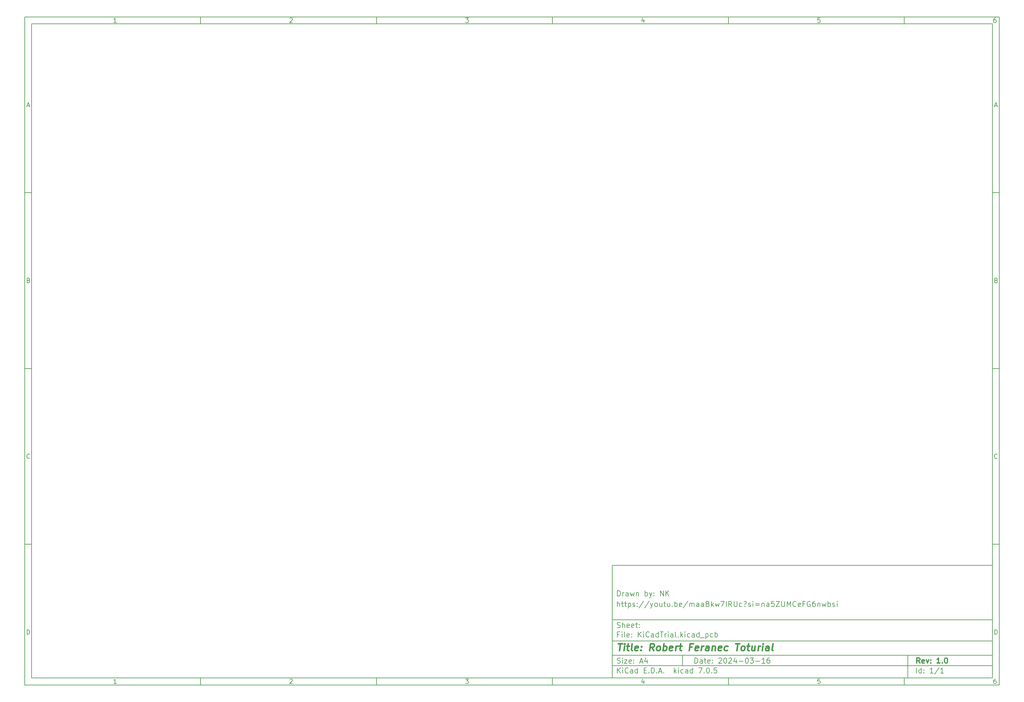
<source format=gbr>
%TF.GenerationSoftware,KiCad,Pcbnew,7.0.5*%
%TF.CreationDate,2024-05-21T11:35:56-04:00*%
%TF.ProjectId,KiCadTrial,4b694361-6454-4726-9961-6c2e6b696361,1.0*%
%TF.SameCoordinates,Original*%
%TF.FileFunction,Paste,Bot*%
%TF.FilePolarity,Positive*%
%FSLAX46Y46*%
G04 Gerber Fmt 4.6, Leading zero omitted, Abs format (unit mm)*
G04 Created by KiCad (PCBNEW 7.0.5) date 2024-05-21 11:35:56*
%MOMM*%
%LPD*%
G01*
G04 APERTURE LIST*
%ADD10C,0.100000*%
%ADD11C,0.150000*%
%ADD12C,0.300000*%
%ADD13C,0.400000*%
G04 APERTURE END LIST*
D10*
D11*
X177002200Y-166007200D02*
X285002200Y-166007200D01*
X285002200Y-198007200D01*
X177002200Y-198007200D01*
X177002200Y-166007200D01*
D10*
D11*
X10000000Y-10000000D02*
X287002200Y-10000000D01*
X287002200Y-200007200D01*
X10000000Y-200007200D01*
X10000000Y-10000000D01*
D10*
D11*
X12000000Y-12000000D02*
X285002200Y-12000000D01*
X285002200Y-198007200D01*
X12000000Y-198007200D01*
X12000000Y-12000000D01*
D10*
D11*
X60000000Y-12000000D02*
X60000000Y-10000000D01*
D10*
D11*
X110000000Y-12000000D02*
X110000000Y-10000000D01*
D10*
D11*
X160000000Y-12000000D02*
X160000000Y-10000000D01*
D10*
D11*
X210000000Y-12000000D02*
X210000000Y-10000000D01*
D10*
D11*
X260000000Y-12000000D02*
X260000000Y-10000000D01*
D10*
D11*
X36089160Y-11593604D02*
X35346303Y-11593604D01*
X35717731Y-11593604D02*
X35717731Y-10293604D01*
X35717731Y-10293604D02*
X35593922Y-10479319D01*
X35593922Y-10479319D02*
X35470112Y-10603128D01*
X35470112Y-10603128D02*
X35346303Y-10665033D01*
D10*
D11*
X85346303Y-10417414D02*
X85408207Y-10355509D01*
X85408207Y-10355509D02*
X85532017Y-10293604D01*
X85532017Y-10293604D02*
X85841541Y-10293604D01*
X85841541Y-10293604D02*
X85965350Y-10355509D01*
X85965350Y-10355509D02*
X86027255Y-10417414D01*
X86027255Y-10417414D02*
X86089160Y-10541223D01*
X86089160Y-10541223D02*
X86089160Y-10665033D01*
X86089160Y-10665033D02*
X86027255Y-10850747D01*
X86027255Y-10850747D02*
X85284398Y-11593604D01*
X85284398Y-11593604D02*
X86089160Y-11593604D01*
D10*
D11*
X135284398Y-10293604D02*
X136089160Y-10293604D01*
X136089160Y-10293604D02*
X135655826Y-10788842D01*
X135655826Y-10788842D02*
X135841541Y-10788842D01*
X135841541Y-10788842D02*
X135965350Y-10850747D01*
X135965350Y-10850747D02*
X136027255Y-10912652D01*
X136027255Y-10912652D02*
X136089160Y-11036461D01*
X136089160Y-11036461D02*
X136089160Y-11345985D01*
X136089160Y-11345985D02*
X136027255Y-11469795D01*
X136027255Y-11469795D02*
X135965350Y-11531700D01*
X135965350Y-11531700D02*
X135841541Y-11593604D01*
X135841541Y-11593604D02*
X135470112Y-11593604D01*
X135470112Y-11593604D02*
X135346303Y-11531700D01*
X135346303Y-11531700D02*
X135284398Y-11469795D01*
D10*
D11*
X185965350Y-10726938D02*
X185965350Y-11593604D01*
X185655826Y-10231700D02*
X185346303Y-11160271D01*
X185346303Y-11160271D02*
X186151064Y-11160271D01*
D10*
D11*
X236027255Y-10293604D02*
X235408207Y-10293604D01*
X235408207Y-10293604D02*
X235346303Y-10912652D01*
X235346303Y-10912652D02*
X235408207Y-10850747D01*
X235408207Y-10850747D02*
X235532017Y-10788842D01*
X235532017Y-10788842D02*
X235841541Y-10788842D01*
X235841541Y-10788842D02*
X235965350Y-10850747D01*
X235965350Y-10850747D02*
X236027255Y-10912652D01*
X236027255Y-10912652D02*
X236089160Y-11036461D01*
X236089160Y-11036461D02*
X236089160Y-11345985D01*
X236089160Y-11345985D02*
X236027255Y-11469795D01*
X236027255Y-11469795D02*
X235965350Y-11531700D01*
X235965350Y-11531700D02*
X235841541Y-11593604D01*
X235841541Y-11593604D02*
X235532017Y-11593604D01*
X235532017Y-11593604D02*
X235408207Y-11531700D01*
X235408207Y-11531700D02*
X235346303Y-11469795D01*
D10*
D11*
X285965350Y-10293604D02*
X285717731Y-10293604D01*
X285717731Y-10293604D02*
X285593922Y-10355509D01*
X285593922Y-10355509D02*
X285532017Y-10417414D01*
X285532017Y-10417414D02*
X285408207Y-10603128D01*
X285408207Y-10603128D02*
X285346303Y-10850747D01*
X285346303Y-10850747D02*
X285346303Y-11345985D01*
X285346303Y-11345985D02*
X285408207Y-11469795D01*
X285408207Y-11469795D02*
X285470112Y-11531700D01*
X285470112Y-11531700D02*
X285593922Y-11593604D01*
X285593922Y-11593604D02*
X285841541Y-11593604D01*
X285841541Y-11593604D02*
X285965350Y-11531700D01*
X285965350Y-11531700D02*
X286027255Y-11469795D01*
X286027255Y-11469795D02*
X286089160Y-11345985D01*
X286089160Y-11345985D02*
X286089160Y-11036461D01*
X286089160Y-11036461D02*
X286027255Y-10912652D01*
X286027255Y-10912652D02*
X285965350Y-10850747D01*
X285965350Y-10850747D02*
X285841541Y-10788842D01*
X285841541Y-10788842D02*
X285593922Y-10788842D01*
X285593922Y-10788842D02*
X285470112Y-10850747D01*
X285470112Y-10850747D02*
X285408207Y-10912652D01*
X285408207Y-10912652D02*
X285346303Y-11036461D01*
D10*
D11*
X60000000Y-198007200D02*
X60000000Y-200007200D01*
D10*
D11*
X110000000Y-198007200D02*
X110000000Y-200007200D01*
D10*
D11*
X160000000Y-198007200D02*
X160000000Y-200007200D01*
D10*
D11*
X210000000Y-198007200D02*
X210000000Y-200007200D01*
D10*
D11*
X260000000Y-198007200D02*
X260000000Y-200007200D01*
D10*
D11*
X36089160Y-199600804D02*
X35346303Y-199600804D01*
X35717731Y-199600804D02*
X35717731Y-198300804D01*
X35717731Y-198300804D02*
X35593922Y-198486519D01*
X35593922Y-198486519D02*
X35470112Y-198610328D01*
X35470112Y-198610328D02*
X35346303Y-198672233D01*
D10*
D11*
X85346303Y-198424614D02*
X85408207Y-198362709D01*
X85408207Y-198362709D02*
X85532017Y-198300804D01*
X85532017Y-198300804D02*
X85841541Y-198300804D01*
X85841541Y-198300804D02*
X85965350Y-198362709D01*
X85965350Y-198362709D02*
X86027255Y-198424614D01*
X86027255Y-198424614D02*
X86089160Y-198548423D01*
X86089160Y-198548423D02*
X86089160Y-198672233D01*
X86089160Y-198672233D02*
X86027255Y-198857947D01*
X86027255Y-198857947D02*
X85284398Y-199600804D01*
X85284398Y-199600804D02*
X86089160Y-199600804D01*
D10*
D11*
X135284398Y-198300804D02*
X136089160Y-198300804D01*
X136089160Y-198300804D02*
X135655826Y-198796042D01*
X135655826Y-198796042D02*
X135841541Y-198796042D01*
X135841541Y-198796042D02*
X135965350Y-198857947D01*
X135965350Y-198857947D02*
X136027255Y-198919852D01*
X136027255Y-198919852D02*
X136089160Y-199043661D01*
X136089160Y-199043661D02*
X136089160Y-199353185D01*
X136089160Y-199353185D02*
X136027255Y-199476995D01*
X136027255Y-199476995D02*
X135965350Y-199538900D01*
X135965350Y-199538900D02*
X135841541Y-199600804D01*
X135841541Y-199600804D02*
X135470112Y-199600804D01*
X135470112Y-199600804D02*
X135346303Y-199538900D01*
X135346303Y-199538900D02*
X135284398Y-199476995D01*
D10*
D11*
X185965350Y-198734138D02*
X185965350Y-199600804D01*
X185655826Y-198238900D02*
X185346303Y-199167471D01*
X185346303Y-199167471D02*
X186151064Y-199167471D01*
D10*
D11*
X236027255Y-198300804D02*
X235408207Y-198300804D01*
X235408207Y-198300804D02*
X235346303Y-198919852D01*
X235346303Y-198919852D02*
X235408207Y-198857947D01*
X235408207Y-198857947D02*
X235532017Y-198796042D01*
X235532017Y-198796042D02*
X235841541Y-198796042D01*
X235841541Y-198796042D02*
X235965350Y-198857947D01*
X235965350Y-198857947D02*
X236027255Y-198919852D01*
X236027255Y-198919852D02*
X236089160Y-199043661D01*
X236089160Y-199043661D02*
X236089160Y-199353185D01*
X236089160Y-199353185D02*
X236027255Y-199476995D01*
X236027255Y-199476995D02*
X235965350Y-199538900D01*
X235965350Y-199538900D02*
X235841541Y-199600804D01*
X235841541Y-199600804D02*
X235532017Y-199600804D01*
X235532017Y-199600804D02*
X235408207Y-199538900D01*
X235408207Y-199538900D02*
X235346303Y-199476995D01*
D10*
D11*
X285965350Y-198300804D02*
X285717731Y-198300804D01*
X285717731Y-198300804D02*
X285593922Y-198362709D01*
X285593922Y-198362709D02*
X285532017Y-198424614D01*
X285532017Y-198424614D02*
X285408207Y-198610328D01*
X285408207Y-198610328D02*
X285346303Y-198857947D01*
X285346303Y-198857947D02*
X285346303Y-199353185D01*
X285346303Y-199353185D02*
X285408207Y-199476995D01*
X285408207Y-199476995D02*
X285470112Y-199538900D01*
X285470112Y-199538900D02*
X285593922Y-199600804D01*
X285593922Y-199600804D02*
X285841541Y-199600804D01*
X285841541Y-199600804D02*
X285965350Y-199538900D01*
X285965350Y-199538900D02*
X286027255Y-199476995D01*
X286027255Y-199476995D02*
X286089160Y-199353185D01*
X286089160Y-199353185D02*
X286089160Y-199043661D01*
X286089160Y-199043661D02*
X286027255Y-198919852D01*
X286027255Y-198919852D02*
X285965350Y-198857947D01*
X285965350Y-198857947D02*
X285841541Y-198796042D01*
X285841541Y-198796042D02*
X285593922Y-198796042D01*
X285593922Y-198796042D02*
X285470112Y-198857947D01*
X285470112Y-198857947D02*
X285408207Y-198919852D01*
X285408207Y-198919852D02*
X285346303Y-199043661D01*
D10*
D11*
X10000000Y-60000000D02*
X12000000Y-60000000D01*
D10*
D11*
X10000000Y-110000000D02*
X12000000Y-110000000D01*
D10*
D11*
X10000000Y-160000000D02*
X12000000Y-160000000D01*
D10*
D11*
X10690476Y-35222176D02*
X11309523Y-35222176D01*
X10566666Y-35593604D02*
X10999999Y-34293604D01*
X10999999Y-34293604D02*
X11433333Y-35593604D01*
D10*
D11*
X11092857Y-84912652D02*
X11278571Y-84974557D01*
X11278571Y-84974557D02*
X11340476Y-85036461D01*
X11340476Y-85036461D02*
X11402380Y-85160271D01*
X11402380Y-85160271D02*
X11402380Y-85345985D01*
X11402380Y-85345985D02*
X11340476Y-85469795D01*
X11340476Y-85469795D02*
X11278571Y-85531700D01*
X11278571Y-85531700D02*
X11154761Y-85593604D01*
X11154761Y-85593604D02*
X10659523Y-85593604D01*
X10659523Y-85593604D02*
X10659523Y-84293604D01*
X10659523Y-84293604D02*
X11092857Y-84293604D01*
X11092857Y-84293604D02*
X11216666Y-84355509D01*
X11216666Y-84355509D02*
X11278571Y-84417414D01*
X11278571Y-84417414D02*
X11340476Y-84541223D01*
X11340476Y-84541223D02*
X11340476Y-84665033D01*
X11340476Y-84665033D02*
X11278571Y-84788842D01*
X11278571Y-84788842D02*
X11216666Y-84850747D01*
X11216666Y-84850747D02*
X11092857Y-84912652D01*
X11092857Y-84912652D02*
X10659523Y-84912652D01*
D10*
D11*
X11402380Y-135469795D02*
X11340476Y-135531700D01*
X11340476Y-135531700D02*
X11154761Y-135593604D01*
X11154761Y-135593604D02*
X11030952Y-135593604D01*
X11030952Y-135593604D02*
X10845238Y-135531700D01*
X10845238Y-135531700D02*
X10721428Y-135407890D01*
X10721428Y-135407890D02*
X10659523Y-135284080D01*
X10659523Y-135284080D02*
X10597619Y-135036461D01*
X10597619Y-135036461D02*
X10597619Y-134850747D01*
X10597619Y-134850747D02*
X10659523Y-134603128D01*
X10659523Y-134603128D02*
X10721428Y-134479319D01*
X10721428Y-134479319D02*
X10845238Y-134355509D01*
X10845238Y-134355509D02*
X11030952Y-134293604D01*
X11030952Y-134293604D02*
X11154761Y-134293604D01*
X11154761Y-134293604D02*
X11340476Y-134355509D01*
X11340476Y-134355509D02*
X11402380Y-134417414D01*
D10*
D11*
X10659523Y-185593604D02*
X10659523Y-184293604D01*
X10659523Y-184293604D02*
X10969047Y-184293604D01*
X10969047Y-184293604D02*
X11154761Y-184355509D01*
X11154761Y-184355509D02*
X11278571Y-184479319D01*
X11278571Y-184479319D02*
X11340476Y-184603128D01*
X11340476Y-184603128D02*
X11402380Y-184850747D01*
X11402380Y-184850747D02*
X11402380Y-185036461D01*
X11402380Y-185036461D02*
X11340476Y-185284080D01*
X11340476Y-185284080D02*
X11278571Y-185407890D01*
X11278571Y-185407890D02*
X11154761Y-185531700D01*
X11154761Y-185531700D02*
X10969047Y-185593604D01*
X10969047Y-185593604D02*
X10659523Y-185593604D01*
D10*
D11*
X287002200Y-60000000D02*
X285002200Y-60000000D01*
D10*
D11*
X287002200Y-110000000D02*
X285002200Y-110000000D01*
D10*
D11*
X287002200Y-160000000D02*
X285002200Y-160000000D01*
D10*
D11*
X285692676Y-35222176D02*
X286311723Y-35222176D01*
X285568866Y-35593604D02*
X286002199Y-34293604D01*
X286002199Y-34293604D02*
X286435533Y-35593604D01*
D10*
D11*
X286095057Y-84912652D02*
X286280771Y-84974557D01*
X286280771Y-84974557D02*
X286342676Y-85036461D01*
X286342676Y-85036461D02*
X286404580Y-85160271D01*
X286404580Y-85160271D02*
X286404580Y-85345985D01*
X286404580Y-85345985D02*
X286342676Y-85469795D01*
X286342676Y-85469795D02*
X286280771Y-85531700D01*
X286280771Y-85531700D02*
X286156961Y-85593604D01*
X286156961Y-85593604D02*
X285661723Y-85593604D01*
X285661723Y-85593604D02*
X285661723Y-84293604D01*
X285661723Y-84293604D02*
X286095057Y-84293604D01*
X286095057Y-84293604D02*
X286218866Y-84355509D01*
X286218866Y-84355509D02*
X286280771Y-84417414D01*
X286280771Y-84417414D02*
X286342676Y-84541223D01*
X286342676Y-84541223D02*
X286342676Y-84665033D01*
X286342676Y-84665033D02*
X286280771Y-84788842D01*
X286280771Y-84788842D02*
X286218866Y-84850747D01*
X286218866Y-84850747D02*
X286095057Y-84912652D01*
X286095057Y-84912652D02*
X285661723Y-84912652D01*
D10*
D11*
X286404580Y-135469795D02*
X286342676Y-135531700D01*
X286342676Y-135531700D02*
X286156961Y-135593604D01*
X286156961Y-135593604D02*
X286033152Y-135593604D01*
X286033152Y-135593604D02*
X285847438Y-135531700D01*
X285847438Y-135531700D02*
X285723628Y-135407890D01*
X285723628Y-135407890D02*
X285661723Y-135284080D01*
X285661723Y-135284080D02*
X285599819Y-135036461D01*
X285599819Y-135036461D02*
X285599819Y-134850747D01*
X285599819Y-134850747D02*
X285661723Y-134603128D01*
X285661723Y-134603128D02*
X285723628Y-134479319D01*
X285723628Y-134479319D02*
X285847438Y-134355509D01*
X285847438Y-134355509D02*
X286033152Y-134293604D01*
X286033152Y-134293604D02*
X286156961Y-134293604D01*
X286156961Y-134293604D02*
X286342676Y-134355509D01*
X286342676Y-134355509D02*
X286404580Y-134417414D01*
D10*
D11*
X285661723Y-185593604D02*
X285661723Y-184293604D01*
X285661723Y-184293604D02*
X285971247Y-184293604D01*
X285971247Y-184293604D02*
X286156961Y-184355509D01*
X286156961Y-184355509D02*
X286280771Y-184479319D01*
X286280771Y-184479319D02*
X286342676Y-184603128D01*
X286342676Y-184603128D02*
X286404580Y-184850747D01*
X286404580Y-184850747D02*
X286404580Y-185036461D01*
X286404580Y-185036461D02*
X286342676Y-185284080D01*
X286342676Y-185284080D02*
X286280771Y-185407890D01*
X286280771Y-185407890D02*
X286156961Y-185531700D01*
X286156961Y-185531700D02*
X285971247Y-185593604D01*
X285971247Y-185593604D02*
X285661723Y-185593604D01*
D10*
D11*
X200458026Y-193793328D02*
X200458026Y-192293328D01*
X200458026Y-192293328D02*
X200815169Y-192293328D01*
X200815169Y-192293328D02*
X201029455Y-192364757D01*
X201029455Y-192364757D02*
X201172312Y-192507614D01*
X201172312Y-192507614D02*
X201243741Y-192650471D01*
X201243741Y-192650471D02*
X201315169Y-192936185D01*
X201315169Y-192936185D02*
X201315169Y-193150471D01*
X201315169Y-193150471D02*
X201243741Y-193436185D01*
X201243741Y-193436185D02*
X201172312Y-193579042D01*
X201172312Y-193579042D02*
X201029455Y-193721900D01*
X201029455Y-193721900D02*
X200815169Y-193793328D01*
X200815169Y-193793328D02*
X200458026Y-193793328D01*
X202600884Y-193793328D02*
X202600884Y-193007614D01*
X202600884Y-193007614D02*
X202529455Y-192864757D01*
X202529455Y-192864757D02*
X202386598Y-192793328D01*
X202386598Y-192793328D02*
X202100884Y-192793328D01*
X202100884Y-192793328D02*
X201958026Y-192864757D01*
X202600884Y-193721900D02*
X202458026Y-193793328D01*
X202458026Y-193793328D02*
X202100884Y-193793328D01*
X202100884Y-193793328D02*
X201958026Y-193721900D01*
X201958026Y-193721900D02*
X201886598Y-193579042D01*
X201886598Y-193579042D02*
X201886598Y-193436185D01*
X201886598Y-193436185D02*
X201958026Y-193293328D01*
X201958026Y-193293328D02*
X202100884Y-193221900D01*
X202100884Y-193221900D02*
X202458026Y-193221900D01*
X202458026Y-193221900D02*
X202600884Y-193150471D01*
X203100884Y-192793328D02*
X203672312Y-192793328D01*
X203315169Y-192293328D02*
X203315169Y-193579042D01*
X203315169Y-193579042D02*
X203386598Y-193721900D01*
X203386598Y-193721900D02*
X203529455Y-193793328D01*
X203529455Y-193793328D02*
X203672312Y-193793328D01*
X204743741Y-193721900D02*
X204600884Y-193793328D01*
X204600884Y-193793328D02*
X204315170Y-193793328D01*
X204315170Y-193793328D02*
X204172312Y-193721900D01*
X204172312Y-193721900D02*
X204100884Y-193579042D01*
X204100884Y-193579042D02*
X204100884Y-193007614D01*
X204100884Y-193007614D02*
X204172312Y-192864757D01*
X204172312Y-192864757D02*
X204315170Y-192793328D01*
X204315170Y-192793328D02*
X204600884Y-192793328D01*
X204600884Y-192793328D02*
X204743741Y-192864757D01*
X204743741Y-192864757D02*
X204815170Y-193007614D01*
X204815170Y-193007614D02*
X204815170Y-193150471D01*
X204815170Y-193150471D02*
X204100884Y-193293328D01*
X205458026Y-193650471D02*
X205529455Y-193721900D01*
X205529455Y-193721900D02*
X205458026Y-193793328D01*
X205458026Y-193793328D02*
X205386598Y-193721900D01*
X205386598Y-193721900D02*
X205458026Y-193650471D01*
X205458026Y-193650471D02*
X205458026Y-193793328D01*
X205458026Y-192864757D02*
X205529455Y-192936185D01*
X205529455Y-192936185D02*
X205458026Y-193007614D01*
X205458026Y-193007614D02*
X205386598Y-192936185D01*
X205386598Y-192936185D02*
X205458026Y-192864757D01*
X205458026Y-192864757D02*
X205458026Y-193007614D01*
X207243741Y-192436185D02*
X207315169Y-192364757D01*
X207315169Y-192364757D02*
X207458027Y-192293328D01*
X207458027Y-192293328D02*
X207815169Y-192293328D01*
X207815169Y-192293328D02*
X207958027Y-192364757D01*
X207958027Y-192364757D02*
X208029455Y-192436185D01*
X208029455Y-192436185D02*
X208100884Y-192579042D01*
X208100884Y-192579042D02*
X208100884Y-192721900D01*
X208100884Y-192721900D02*
X208029455Y-192936185D01*
X208029455Y-192936185D02*
X207172312Y-193793328D01*
X207172312Y-193793328D02*
X208100884Y-193793328D01*
X209029455Y-192293328D02*
X209172312Y-192293328D01*
X209172312Y-192293328D02*
X209315169Y-192364757D01*
X209315169Y-192364757D02*
X209386598Y-192436185D01*
X209386598Y-192436185D02*
X209458026Y-192579042D01*
X209458026Y-192579042D02*
X209529455Y-192864757D01*
X209529455Y-192864757D02*
X209529455Y-193221900D01*
X209529455Y-193221900D02*
X209458026Y-193507614D01*
X209458026Y-193507614D02*
X209386598Y-193650471D01*
X209386598Y-193650471D02*
X209315169Y-193721900D01*
X209315169Y-193721900D02*
X209172312Y-193793328D01*
X209172312Y-193793328D02*
X209029455Y-193793328D01*
X209029455Y-193793328D02*
X208886598Y-193721900D01*
X208886598Y-193721900D02*
X208815169Y-193650471D01*
X208815169Y-193650471D02*
X208743740Y-193507614D01*
X208743740Y-193507614D02*
X208672312Y-193221900D01*
X208672312Y-193221900D02*
X208672312Y-192864757D01*
X208672312Y-192864757D02*
X208743740Y-192579042D01*
X208743740Y-192579042D02*
X208815169Y-192436185D01*
X208815169Y-192436185D02*
X208886598Y-192364757D01*
X208886598Y-192364757D02*
X209029455Y-192293328D01*
X210100883Y-192436185D02*
X210172311Y-192364757D01*
X210172311Y-192364757D02*
X210315169Y-192293328D01*
X210315169Y-192293328D02*
X210672311Y-192293328D01*
X210672311Y-192293328D02*
X210815169Y-192364757D01*
X210815169Y-192364757D02*
X210886597Y-192436185D01*
X210886597Y-192436185D02*
X210958026Y-192579042D01*
X210958026Y-192579042D02*
X210958026Y-192721900D01*
X210958026Y-192721900D02*
X210886597Y-192936185D01*
X210886597Y-192936185D02*
X210029454Y-193793328D01*
X210029454Y-193793328D02*
X210958026Y-193793328D01*
X212243740Y-192793328D02*
X212243740Y-193793328D01*
X211886597Y-192221900D02*
X211529454Y-193293328D01*
X211529454Y-193293328D02*
X212458025Y-193293328D01*
X213029453Y-193221900D02*
X214172311Y-193221900D01*
X215172311Y-192293328D02*
X215315168Y-192293328D01*
X215315168Y-192293328D02*
X215458025Y-192364757D01*
X215458025Y-192364757D02*
X215529454Y-192436185D01*
X215529454Y-192436185D02*
X215600882Y-192579042D01*
X215600882Y-192579042D02*
X215672311Y-192864757D01*
X215672311Y-192864757D02*
X215672311Y-193221900D01*
X215672311Y-193221900D02*
X215600882Y-193507614D01*
X215600882Y-193507614D02*
X215529454Y-193650471D01*
X215529454Y-193650471D02*
X215458025Y-193721900D01*
X215458025Y-193721900D02*
X215315168Y-193793328D01*
X215315168Y-193793328D02*
X215172311Y-193793328D01*
X215172311Y-193793328D02*
X215029454Y-193721900D01*
X215029454Y-193721900D02*
X214958025Y-193650471D01*
X214958025Y-193650471D02*
X214886596Y-193507614D01*
X214886596Y-193507614D02*
X214815168Y-193221900D01*
X214815168Y-193221900D02*
X214815168Y-192864757D01*
X214815168Y-192864757D02*
X214886596Y-192579042D01*
X214886596Y-192579042D02*
X214958025Y-192436185D01*
X214958025Y-192436185D02*
X215029454Y-192364757D01*
X215029454Y-192364757D02*
X215172311Y-192293328D01*
X216172310Y-192293328D02*
X217100882Y-192293328D01*
X217100882Y-192293328D02*
X216600882Y-192864757D01*
X216600882Y-192864757D02*
X216815167Y-192864757D01*
X216815167Y-192864757D02*
X216958025Y-192936185D01*
X216958025Y-192936185D02*
X217029453Y-193007614D01*
X217029453Y-193007614D02*
X217100882Y-193150471D01*
X217100882Y-193150471D02*
X217100882Y-193507614D01*
X217100882Y-193507614D02*
X217029453Y-193650471D01*
X217029453Y-193650471D02*
X216958025Y-193721900D01*
X216958025Y-193721900D02*
X216815167Y-193793328D01*
X216815167Y-193793328D02*
X216386596Y-193793328D01*
X216386596Y-193793328D02*
X216243739Y-193721900D01*
X216243739Y-193721900D02*
X216172310Y-193650471D01*
X217743738Y-193221900D02*
X218886596Y-193221900D01*
X220386596Y-193793328D02*
X219529453Y-193793328D01*
X219958024Y-193793328D02*
X219958024Y-192293328D01*
X219958024Y-192293328D02*
X219815167Y-192507614D01*
X219815167Y-192507614D02*
X219672310Y-192650471D01*
X219672310Y-192650471D02*
X219529453Y-192721900D01*
X221672310Y-192293328D02*
X221386595Y-192293328D01*
X221386595Y-192293328D02*
X221243738Y-192364757D01*
X221243738Y-192364757D02*
X221172310Y-192436185D01*
X221172310Y-192436185D02*
X221029452Y-192650471D01*
X221029452Y-192650471D02*
X220958024Y-192936185D01*
X220958024Y-192936185D02*
X220958024Y-193507614D01*
X220958024Y-193507614D02*
X221029452Y-193650471D01*
X221029452Y-193650471D02*
X221100881Y-193721900D01*
X221100881Y-193721900D02*
X221243738Y-193793328D01*
X221243738Y-193793328D02*
X221529452Y-193793328D01*
X221529452Y-193793328D02*
X221672310Y-193721900D01*
X221672310Y-193721900D02*
X221743738Y-193650471D01*
X221743738Y-193650471D02*
X221815167Y-193507614D01*
X221815167Y-193507614D02*
X221815167Y-193150471D01*
X221815167Y-193150471D02*
X221743738Y-193007614D01*
X221743738Y-193007614D02*
X221672310Y-192936185D01*
X221672310Y-192936185D02*
X221529452Y-192864757D01*
X221529452Y-192864757D02*
X221243738Y-192864757D01*
X221243738Y-192864757D02*
X221100881Y-192936185D01*
X221100881Y-192936185D02*
X221029452Y-193007614D01*
X221029452Y-193007614D02*
X220958024Y-193150471D01*
D10*
D11*
X177002200Y-194507200D02*
X285002200Y-194507200D01*
D10*
D11*
X178458026Y-196593328D02*
X178458026Y-195093328D01*
X179315169Y-196593328D02*
X178672312Y-195736185D01*
X179315169Y-195093328D02*
X178458026Y-195950471D01*
X179958026Y-196593328D02*
X179958026Y-195593328D01*
X179958026Y-195093328D02*
X179886598Y-195164757D01*
X179886598Y-195164757D02*
X179958026Y-195236185D01*
X179958026Y-195236185D02*
X180029455Y-195164757D01*
X180029455Y-195164757D02*
X179958026Y-195093328D01*
X179958026Y-195093328D02*
X179958026Y-195236185D01*
X181529455Y-196450471D02*
X181458027Y-196521900D01*
X181458027Y-196521900D02*
X181243741Y-196593328D01*
X181243741Y-196593328D02*
X181100884Y-196593328D01*
X181100884Y-196593328D02*
X180886598Y-196521900D01*
X180886598Y-196521900D02*
X180743741Y-196379042D01*
X180743741Y-196379042D02*
X180672312Y-196236185D01*
X180672312Y-196236185D02*
X180600884Y-195950471D01*
X180600884Y-195950471D02*
X180600884Y-195736185D01*
X180600884Y-195736185D02*
X180672312Y-195450471D01*
X180672312Y-195450471D02*
X180743741Y-195307614D01*
X180743741Y-195307614D02*
X180886598Y-195164757D01*
X180886598Y-195164757D02*
X181100884Y-195093328D01*
X181100884Y-195093328D02*
X181243741Y-195093328D01*
X181243741Y-195093328D02*
X181458027Y-195164757D01*
X181458027Y-195164757D02*
X181529455Y-195236185D01*
X182815170Y-196593328D02*
X182815170Y-195807614D01*
X182815170Y-195807614D02*
X182743741Y-195664757D01*
X182743741Y-195664757D02*
X182600884Y-195593328D01*
X182600884Y-195593328D02*
X182315170Y-195593328D01*
X182315170Y-195593328D02*
X182172312Y-195664757D01*
X182815170Y-196521900D02*
X182672312Y-196593328D01*
X182672312Y-196593328D02*
X182315170Y-196593328D01*
X182315170Y-196593328D02*
X182172312Y-196521900D01*
X182172312Y-196521900D02*
X182100884Y-196379042D01*
X182100884Y-196379042D02*
X182100884Y-196236185D01*
X182100884Y-196236185D02*
X182172312Y-196093328D01*
X182172312Y-196093328D02*
X182315170Y-196021900D01*
X182315170Y-196021900D02*
X182672312Y-196021900D01*
X182672312Y-196021900D02*
X182815170Y-195950471D01*
X184172313Y-196593328D02*
X184172313Y-195093328D01*
X184172313Y-196521900D02*
X184029455Y-196593328D01*
X184029455Y-196593328D02*
X183743741Y-196593328D01*
X183743741Y-196593328D02*
X183600884Y-196521900D01*
X183600884Y-196521900D02*
X183529455Y-196450471D01*
X183529455Y-196450471D02*
X183458027Y-196307614D01*
X183458027Y-196307614D02*
X183458027Y-195879042D01*
X183458027Y-195879042D02*
X183529455Y-195736185D01*
X183529455Y-195736185D02*
X183600884Y-195664757D01*
X183600884Y-195664757D02*
X183743741Y-195593328D01*
X183743741Y-195593328D02*
X184029455Y-195593328D01*
X184029455Y-195593328D02*
X184172313Y-195664757D01*
X186029455Y-195807614D02*
X186529455Y-195807614D01*
X186743741Y-196593328D02*
X186029455Y-196593328D01*
X186029455Y-196593328D02*
X186029455Y-195093328D01*
X186029455Y-195093328D02*
X186743741Y-195093328D01*
X187386598Y-196450471D02*
X187458027Y-196521900D01*
X187458027Y-196521900D02*
X187386598Y-196593328D01*
X187386598Y-196593328D02*
X187315170Y-196521900D01*
X187315170Y-196521900D02*
X187386598Y-196450471D01*
X187386598Y-196450471D02*
X187386598Y-196593328D01*
X188100884Y-196593328D02*
X188100884Y-195093328D01*
X188100884Y-195093328D02*
X188458027Y-195093328D01*
X188458027Y-195093328D02*
X188672313Y-195164757D01*
X188672313Y-195164757D02*
X188815170Y-195307614D01*
X188815170Y-195307614D02*
X188886599Y-195450471D01*
X188886599Y-195450471D02*
X188958027Y-195736185D01*
X188958027Y-195736185D02*
X188958027Y-195950471D01*
X188958027Y-195950471D02*
X188886599Y-196236185D01*
X188886599Y-196236185D02*
X188815170Y-196379042D01*
X188815170Y-196379042D02*
X188672313Y-196521900D01*
X188672313Y-196521900D02*
X188458027Y-196593328D01*
X188458027Y-196593328D02*
X188100884Y-196593328D01*
X189600884Y-196450471D02*
X189672313Y-196521900D01*
X189672313Y-196521900D02*
X189600884Y-196593328D01*
X189600884Y-196593328D02*
X189529456Y-196521900D01*
X189529456Y-196521900D02*
X189600884Y-196450471D01*
X189600884Y-196450471D02*
X189600884Y-196593328D01*
X190243742Y-196164757D02*
X190958028Y-196164757D01*
X190100885Y-196593328D02*
X190600885Y-195093328D01*
X190600885Y-195093328D02*
X191100885Y-196593328D01*
X191600884Y-196450471D02*
X191672313Y-196521900D01*
X191672313Y-196521900D02*
X191600884Y-196593328D01*
X191600884Y-196593328D02*
X191529456Y-196521900D01*
X191529456Y-196521900D02*
X191600884Y-196450471D01*
X191600884Y-196450471D02*
X191600884Y-196593328D01*
X194600884Y-196593328D02*
X194600884Y-195093328D01*
X194743742Y-196021900D02*
X195172313Y-196593328D01*
X195172313Y-195593328D02*
X194600884Y-196164757D01*
X195815170Y-196593328D02*
X195815170Y-195593328D01*
X195815170Y-195093328D02*
X195743742Y-195164757D01*
X195743742Y-195164757D02*
X195815170Y-195236185D01*
X195815170Y-195236185D02*
X195886599Y-195164757D01*
X195886599Y-195164757D02*
X195815170Y-195093328D01*
X195815170Y-195093328D02*
X195815170Y-195236185D01*
X197172314Y-196521900D02*
X197029456Y-196593328D01*
X197029456Y-196593328D02*
X196743742Y-196593328D01*
X196743742Y-196593328D02*
X196600885Y-196521900D01*
X196600885Y-196521900D02*
X196529456Y-196450471D01*
X196529456Y-196450471D02*
X196458028Y-196307614D01*
X196458028Y-196307614D02*
X196458028Y-195879042D01*
X196458028Y-195879042D02*
X196529456Y-195736185D01*
X196529456Y-195736185D02*
X196600885Y-195664757D01*
X196600885Y-195664757D02*
X196743742Y-195593328D01*
X196743742Y-195593328D02*
X197029456Y-195593328D01*
X197029456Y-195593328D02*
X197172314Y-195664757D01*
X198458028Y-196593328D02*
X198458028Y-195807614D01*
X198458028Y-195807614D02*
X198386599Y-195664757D01*
X198386599Y-195664757D02*
X198243742Y-195593328D01*
X198243742Y-195593328D02*
X197958028Y-195593328D01*
X197958028Y-195593328D02*
X197815170Y-195664757D01*
X198458028Y-196521900D02*
X198315170Y-196593328D01*
X198315170Y-196593328D02*
X197958028Y-196593328D01*
X197958028Y-196593328D02*
X197815170Y-196521900D01*
X197815170Y-196521900D02*
X197743742Y-196379042D01*
X197743742Y-196379042D02*
X197743742Y-196236185D01*
X197743742Y-196236185D02*
X197815170Y-196093328D01*
X197815170Y-196093328D02*
X197958028Y-196021900D01*
X197958028Y-196021900D02*
X198315170Y-196021900D01*
X198315170Y-196021900D02*
X198458028Y-195950471D01*
X199815171Y-196593328D02*
X199815171Y-195093328D01*
X199815171Y-196521900D02*
X199672313Y-196593328D01*
X199672313Y-196593328D02*
X199386599Y-196593328D01*
X199386599Y-196593328D02*
X199243742Y-196521900D01*
X199243742Y-196521900D02*
X199172313Y-196450471D01*
X199172313Y-196450471D02*
X199100885Y-196307614D01*
X199100885Y-196307614D02*
X199100885Y-195879042D01*
X199100885Y-195879042D02*
X199172313Y-195736185D01*
X199172313Y-195736185D02*
X199243742Y-195664757D01*
X199243742Y-195664757D02*
X199386599Y-195593328D01*
X199386599Y-195593328D02*
X199672313Y-195593328D01*
X199672313Y-195593328D02*
X199815171Y-195664757D01*
X201529456Y-195093328D02*
X202529456Y-195093328D01*
X202529456Y-195093328D02*
X201886599Y-196593328D01*
X203100884Y-196450471D02*
X203172313Y-196521900D01*
X203172313Y-196521900D02*
X203100884Y-196593328D01*
X203100884Y-196593328D02*
X203029456Y-196521900D01*
X203029456Y-196521900D02*
X203100884Y-196450471D01*
X203100884Y-196450471D02*
X203100884Y-196593328D01*
X204100885Y-195093328D02*
X204243742Y-195093328D01*
X204243742Y-195093328D02*
X204386599Y-195164757D01*
X204386599Y-195164757D02*
X204458028Y-195236185D01*
X204458028Y-195236185D02*
X204529456Y-195379042D01*
X204529456Y-195379042D02*
X204600885Y-195664757D01*
X204600885Y-195664757D02*
X204600885Y-196021900D01*
X204600885Y-196021900D02*
X204529456Y-196307614D01*
X204529456Y-196307614D02*
X204458028Y-196450471D01*
X204458028Y-196450471D02*
X204386599Y-196521900D01*
X204386599Y-196521900D02*
X204243742Y-196593328D01*
X204243742Y-196593328D02*
X204100885Y-196593328D01*
X204100885Y-196593328D02*
X203958028Y-196521900D01*
X203958028Y-196521900D02*
X203886599Y-196450471D01*
X203886599Y-196450471D02*
X203815170Y-196307614D01*
X203815170Y-196307614D02*
X203743742Y-196021900D01*
X203743742Y-196021900D02*
X203743742Y-195664757D01*
X203743742Y-195664757D02*
X203815170Y-195379042D01*
X203815170Y-195379042D02*
X203886599Y-195236185D01*
X203886599Y-195236185D02*
X203958028Y-195164757D01*
X203958028Y-195164757D02*
X204100885Y-195093328D01*
X205243741Y-196450471D02*
X205315170Y-196521900D01*
X205315170Y-196521900D02*
X205243741Y-196593328D01*
X205243741Y-196593328D02*
X205172313Y-196521900D01*
X205172313Y-196521900D02*
X205243741Y-196450471D01*
X205243741Y-196450471D02*
X205243741Y-196593328D01*
X206672313Y-195093328D02*
X205958027Y-195093328D01*
X205958027Y-195093328D02*
X205886599Y-195807614D01*
X205886599Y-195807614D02*
X205958027Y-195736185D01*
X205958027Y-195736185D02*
X206100885Y-195664757D01*
X206100885Y-195664757D02*
X206458027Y-195664757D01*
X206458027Y-195664757D02*
X206600885Y-195736185D01*
X206600885Y-195736185D02*
X206672313Y-195807614D01*
X206672313Y-195807614D02*
X206743742Y-195950471D01*
X206743742Y-195950471D02*
X206743742Y-196307614D01*
X206743742Y-196307614D02*
X206672313Y-196450471D01*
X206672313Y-196450471D02*
X206600885Y-196521900D01*
X206600885Y-196521900D02*
X206458027Y-196593328D01*
X206458027Y-196593328D02*
X206100885Y-196593328D01*
X206100885Y-196593328D02*
X205958027Y-196521900D01*
X205958027Y-196521900D02*
X205886599Y-196450471D01*
D10*
D11*
X177002200Y-191507200D02*
X285002200Y-191507200D01*
D10*
D12*
X264413853Y-193785528D02*
X263913853Y-193071242D01*
X263556710Y-193785528D02*
X263556710Y-192285528D01*
X263556710Y-192285528D02*
X264128139Y-192285528D01*
X264128139Y-192285528D02*
X264270996Y-192356957D01*
X264270996Y-192356957D02*
X264342425Y-192428385D01*
X264342425Y-192428385D02*
X264413853Y-192571242D01*
X264413853Y-192571242D02*
X264413853Y-192785528D01*
X264413853Y-192785528D02*
X264342425Y-192928385D01*
X264342425Y-192928385D02*
X264270996Y-192999814D01*
X264270996Y-192999814D02*
X264128139Y-193071242D01*
X264128139Y-193071242D02*
X263556710Y-193071242D01*
X265628139Y-193714100D02*
X265485282Y-193785528D01*
X265485282Y-193785528D02*
X265199568Y-193785528D01*
X265199568Y-193785528D02*
X265056710Y-193714100D01*
X265056710Y-193714100D02*
X264985282Y-193571242D01*
X264985282Y-193571242D02*
X264985282Y-192999814D01*
X264985282Y-192999814D02*
X265056710Y-192856957D01*
X265056710Y-192856957D02*
X265199568Y-192785528D01*
X265199568Y-192785528D02*
X265485282Y-192785528D01*
X265485282Y-192785528D02*
X265628139Y-192856957D01*
X265628139Y-192856957D02*
X265699568Y-192999814D01*
X265699568Y-192999814D02*
X265699568Y-193142671D01*
X265699568Y-193142671D02*
X264985282Y-193285528D01*
X266199567Y-192785528D02*
X266556710Y-193785528D01*
X266556710Y-193785528D02*
X266913853Y-192785528D01*
X267485281Y-193642671D02*
X267556710Y-193714100D01*
X267556710Y-193714100D02*
X267485281Y-193785528D01*
X267485281Y-193785528D02*
X267413853Y-193714100D01*
X267413853Y-193714100D02*
X267485281Y-193642671D01*
X267485281Y-193642671D02*
X267485281Y-193785528D01*
X267485281Y-192856957D02*
X267556710Y-192928385D01*
X267556710Y-192928385D02*
X267485281Y-192999814D01*
X267485281Y-192999814D02*
X267413853Y-192928385D01*
X267413853Y-192928385D02*
X267485281Y-192856957D01*
X267485281Y-192856957D02*
X267485281Y-192999814D01*
X270128139Y-193785528D02*
X269270996Y-193785528D01*
X269699567Y-193785528D02*
X269699567Y-192285528D01*
X269699567Y-192285528D02*
X269556710Y-192499814D01*
X269556710Y-192499814D02*
X269413853Y-192642671D01*
X269413853Y-192642671D02*
X269270996Y-192714100D01*
X270770995Y-193642671D02*
X270842424Y-193714100D01*
X270842424Y-193714100D02*
X270770995Y-193785528D01*
X270770995Y-193785528D02*
X270699567Y-193714100D01*
X270699567Y-193714100D02*
X270770995Y-193642671D01*
X270770995Y-193642671D02*
X270770995Y-193785528D01*
X271770996Y-192285528D02*
X271913853Y-192285528D01*
X271913853Y-192285528D02*
X272056710Y-192356957D01*
X272056710Y-192356957D02*
X272128139Y-192428385D01*
X272128139Y-192428385D02*
X272199567Y-192571242D01*
X272199567Y-192571242D02*
X272270996Y-192856957D01*
X272270996Y-192856957D02*
X272270996Y-193214100D01*
X272270996Y-193214100D02*
X272199567Y-193499814D01*
X272199567Y-193499814D02*
X272128139Y-193642671D01*
X272128139Y-193642671D02*
X272056710Y-193714100D01*
X272056710Y-193714100D02*
X271913853Y-193785528D01*
X271913853Y-193785528D02*
X271770996Y-193785528D01*
X271770996Y-193785528D02*
X271628139Y-193714100D01*
X271628139Y-193714100D02*
X271556710Y-193642671D01*
X271556710Y-193642671D02*
X271485281Y-193499814D01*
X271485281Y-193499814D02*
X271413853Y-193214100D01*
X271413853Y-193214100D02*
X271413853Y-192856957D01*
X271413853Y-192856957D02*
X271485281Y-192571242D01*
X271485281Y-192571242D02*
X271556710Y-192428385D01*
X271556710Y-192428385D02*
X271628139Y-192356957D01*
X271628139Y-192356957D02*
X271770996Y-192285528D01*
D10*
D11*
X178386598Y-193721900D02*
X178600884Y-193793328D01*
X178600884Y-193793328D02*
X178958026Y-193793328D01*
X178958026Y-193793328D02*
X179100884Y-193721900D01*
X179100884Y-193721900D02*
X179172312Y-193650471D01*
X179172312Y-193650471D02*
X179243741Y-193507614D01*
X179243741Y-193507614D02*
X179243741Y-193364757D01*
X179243741Y-193364757D02*
X179172312Y-193221900D01*
X179172312Y-193221900D02*
X179100884Y-193150471D01*
X179100884Y-193150471D02*
X178958026Y-193079042D01*
X178958026Y-193079042D02*
X178672312Y-193007614D01*
X178672312Y-193007614D02*
X178529455Y-192936185D01*
X178529455Y-192936185D02*
X178458026Y-192864757D01*
X178458026Y-192864757D02*
X178386598Y-192721900D01*
X178386598Y-192721900D02*
X178386598Y-192579042D01*
X178386598Y-192579042D02*
X178458026Y-192436185D01*
X178458026Y-192436185D02*
X178529455Y-192364757D01*
X178529455Y-192364757D02*
X178672312Y-192293328D01*
X178672312Y-192293328D02*
X179029455Y-192293328D01*
X179029455Y-192293328D02*
X179243741Y-192364757D01*
X179886597Y-193793328D02*
X179886597Y-192793328D01*
X179886597Y-192293328D02*
X179815169Y-192364757D01*
X179815169Y-192364757D02*
X179886597Y-192436185D01*
X179886597Y-192436185D02*
X179958026Y-192364757D01*
X179958026Y-192364757D02*
X179886597Y-192293328D01*
X179886597Y-192293328D02*
X179886597Y-192436185D01*
X180458026Y-192793328D02*
X181243741Y-192793328D01*
X181243741Y-192793328D02*
X180458026Y-193793328D01*
X180458026Y-193793328D02*
X181243741Y-193793328D01*
X182386598Y-193721900D02*
X182243741Y-193793328D01*
X182243741Y-193793328D02*
X181958027Y-193793328D01*
X181958027Y-193793328D02*
X181815169Y-193721900D01*
X181815169Y-193721900D02*
X181743741Y-193579042D01*
X181743741Y-193579042D02*
X181743741Y-193007614D01*
X181743741Y-193007614D02*
X181815169Y-192864757D01*
X181815169Y-192864757D02*
X181958027Y-192793328D01*
X181958027Y-192793328D02*
X182243741Y-192793328D01*
X182243741Y-192793328D02*
X182386598Y-192864757D01*
X182386598Y-192864757D02*
X182458027Y-193007614D01*
X182458027Y-193007614D02*
X182458027Y-193150471D01*
X182458027Y-193150471D02*
X181743741Y-193293328D01*
X183100883Y-193650471D02*
X183172312Y-193721900D01*
X183172312Y-193721900D02*
X183100883Y-193793328D01*
X183100883Y-193793328D02*
X183029455Y-193721900D01*
X183029455Y-193721900D02*
X183100883Y-193650471D01*
X183100883Y-193650471D02*
X183100883Y-193793328D01*
X183100883Y-192864757D02*
X183172312Y-192936185D01*
X183172312Y-192936185D02*
X183100883Y-193007614D01*
X183100883Y-193007614D02*
X183029455Y-192936185D01*
X183029455Y-192936185D02*
X183100883Y-192864757D01*
X183100883Y-192864757D02*
X183100883Y-193007614D01*
X184886598Y-193364757D02*
X185600884Y-193364757D01*
X184743741Y-193793328D02*
X185243741Y-192293328D01*
X185243741Y-192293328D02*
X185743741Y-193793328D01*
X186886598Y-192793328D02*
X186886598Y-193793328D01*
X186529455Y-192221900D02*
X186172312Y-193293328D01*
X186172312Y-193293328D02*
X187100883Y-193293328D01*
D10*
D11*
X263458026Y-196593328D02*
X263458026Y-195093328D01*
X264815170Y-196593328D02*
X264815170Y-195093328D01*
X264815170Y-196521900D02*
X264672312Y-196593328D01*
X264672312Y-196593328D02*
X264386598Y-196593328D01*
X264386598Y-196593328D02*
X264243741Y-196521900D01*
X264243741Y-196521900D02*
X264172312Y-196450471D01*
X264172312Y-196450471D02*
X264100884Y-196307614D01*
X264100884Y-196307614D02*
X264100884Y-195879042D01*
X264100884Y-195879042D02*
X264172312Y-195736185D01*
X264172312Y-195736185D02*
X264243741Y-195664757D01*
X264243741Y-195664757D02*
X264386598Y-195593328D01*
X264386598Y-195593328D02*
X264672312Y-195593328D01*
X264672312Y-195593328D02*
X264815170Y-195664757D01*
X265529455Y-196450471D02*
X265600884Y-196521900D01*
X265600884Y-196521900D02*
X265529455Y-196593328D01*
X265529455Y-196593328D02*
X265458027Y-196521900D01*
X265458027Y-196521900D02*
X265529455Y-196450471D01*
X265529455Y-196450471D02*
X265529455Y-196593328D01*
X265529455Y-195664757D02*
X265600884Y-195736185D01*
X265600884Y-195736185D02*
X265529455Y-195807614D01*
X265529455Y-195807614D02*
X265458027Y-195736185D01*
X265458027Y-195736185D02*
X265529455Y-195664757D01*
X265529455Y-195664757D02*
X265529455Y-195807614D01*
X268172313Y-196593328D02*
X267315170Y-196593328D01*
X267743741Y-196593328D02*
X267743741Y-195093328D01*
X267743741Y-195093328D02*
X267600884Y-195307614D01*
X267600884Y-195307614D02*
X267458027Y-195450471D01*
X267458027Y-195450471D02*
X267315170Y-195521900D01*
X269886598Y-195021900D02*
X268600884Y-196950471D01*
X271172313Y-196593328D02*
X270315170Y-196593328D01*
X270743741Y-196593328D02*
X270743741Y-195093328D01*
X270743741Y-195093328D02*
X270600884Y-195307614D01*
X270600884Y-195307614D02*
X270458027Y-195450471D01*
X270458027Y-195450471D02*
X270315170Y-195521900D01*
D10*
D11*
X177002200Y-187507200D02*
X285002200Y-187507200D01*
D10*
D13*
X178693928Y-188211638D02*
X179836785Y-188211638D01*
X179015357Y-190211638D02*
X179265357Y-188211638D01*
X180253452Y-190211638D02*
X180420119Y-188878304D01*
X180503452Y-188211638D02*
X180396309Y-188306876D01*
X180396309Y-188306876D02*
X180479643Y-188402114D01*
X180479643Y-188402114D02*
X180586786Y-188306876D01*
X180586786Y-188306876D02*
X180503452Y-188211638D01*
X180503452Y-188211638D02*
X180479643Y-188402114D01*
X181086786Y-188878304D02*
X181848690Y-188878304D01*
X181455833Y-188211638D02*
X181241548Y-189925923D01*
X181241548Y-189925923D02*
X181312976Y-190116400D01*
X181312976Y-190116400D02*
X181491548Y-190211638D01*
X181491548Y-190211638D02*
X181682024Y-190211638D01*
X182634405Y-190211638D02*
X182455833Y-190116400D01*
X182455833Y-190116400D02*
X182384405Y-189925923D01*
X182384405Y-189925923D02*
X182598690Y-188211638D01*
X184170119Y-190116400D02*
X183967738Y-190211638D01*
X183967738Y-190211638D02*
X183586785Y-190211638D01*
X183586785Y-190211638D02*
X183408214Y-190116400D01*
X183408214Y-190116400D02*
X183336785Y-189925923D01*
X183336785Y-189925923D02*
X183432024Y-189164019D01*
X183432024Y-189164019D02*
X183551071Y-188973542D01*
X183551071Y-188973542D02*
X183753452Y-188878304D01*
X183753452Y-188878304D02*
X184134404Y-188878304D01*
X184134404Y-188878304D02*
X184312976Y-188973542D01*
X184312976Y-188973542D02*
X184384404Y-189164019D01*
X184384404Y-189164019D02*
X184360595Y-189354495D01*
X184360595Y-189354495D02*
X183384404Y-189544971D01*
X185134405Y-190021161D02*
X185217738Y-190116400D01*
X185217738Y-190116400D02*
X185110595Y-190211638D01*
X185110595Y-190211638D02*
X185027262Y-190116400D01*
X185027262Y-190116400D02*
X185134405Y-190021161D01*
X185134405Y-190021161D02*
X185110595Y-190211638D01*
X185265357Y-188973542D02*
X185348690Y-189068780D01*
X185348690Y-189068780D02*
X185241548Y-189164019D01*
X185241548Y-189164019D02*
X185158214Y-189068780D01*
X185158214Y-189068780D02*
X185265357Y-188973542D01*
X185265357Y-188973542D02*
X185241548Y-189164019D01*
X188729643Y-190211638D02*
X188182024Y-189259257D01*
X187586786Y-190211638D02*
X187836786Y-188211638D01*
X187836786Y-188211638D02*
X188598691Y-188211638D01*
X188598691Y-188211638D02*
X188777262Y-188306876D01*
X188777262Y-188306876D02*
X188860596Y-188402114D01*
X188860596Y-188402114D02*
X188932024Y-188592590D01*
X188932024Y-188592590D02*
X188896310Y-188878304D01*
X188896310Y-188878304D02*
X188777262Y-189068780D01*
X188777262Y-189068780D02*
X188670120Y-189164019D01*
X188670120Y-189164019D02*
X188467739Y-189259257D01*
X188467739Y-189259257D02*
X187705834Y-189259257D01*
X189872501Y-190211638D02*
X189693929Y-190116400D01*
X189693929Y-190116400D02*
X189610596Y-190021161D01*
X189610596Y-190021161D02*
X189539167Y-189830685D01*
X189539167Y-189830685D02*
X189610596Y-189259257D01*
X189610596Y-189259257D02*
X189729643Y-189068780D01*
X189729643Y-189068780D02*
X189836786Y-188973542D01*
X189836786Y-188973542D02*
X190039167Y-188878304D01*
X190039167Y-188878304D02*
X190324881Y-188878304D01*
X190324881Y-188878304D02*
X190503453Y-188973542D01*
X190503453Y-188973542D02*
X190586786Y-189068780D01*
X190586786Y-189068780D02*
X190658215Y-189259257D01*
X190658215Y-189259257D02*
X190586786Y-189830685D01*
X190586786Y-189830685D02*
X190467739Y-190021161D01*
X190467739Y-190021161D02*
X190360596Y-190116400D01*
X190360596Y-190116400D02*
X190158215Y-190211638D01*
X190158215Y-190211638D02*
X189872501Y-190211638D01*
X191396310Y-190211638D02*
X191646310Y-188211638D01*
X191551072Y-188973542D02*
X191753453Y-188878304D01*
X191753453Y-188878304D02*
X192134405Y-188878304D01*
X192134405Y-188878304D02*
X192312977Y-188973542D01*
X192312977Y-188973542D02*
X192396310Y-189068780D01*
X192396310Y-189068780D02*
X192467739Y-189259257D01*
X192467739Y-189259257D02*
X192396310Y-189830685D01*
X192396310Y-189830685D02*
X192277263Y-190021161D01*
X192277263Y-190021161D02*
X192170120Y-190116400D01*
X192170120Y-190116400D02*
X191967739Y-190211638D01*
X191967739Y-190211638D02*
X191586786Y-190211638D01*
X191586786Y-190211638D02*
X191408215Y-190116400D01*
X193979644Y-190116400D02*
X193777263Y-190211638D01*
X193777263Y-190211638D02*
X193396310Y-190211638D01*
X193396310Y-190211638D02*
X193217739Y-190116400D01*
X193217739Y-190116400D02*
X193146310Y-189925923D01*
X193146310Y-189925923D02*
X193241549Y-189164019D01*
X193241549Y-189164019D02*
X193360596Y-188973542D01*
X193360596Y-188973542D02*
X193562977Y-188878304D01*
X193562977Y-188878304D02*
X193943929Y-188878304D01*
X193943929Y-188878304D02*
X194122501Y-188973542D01*
X194122501Y-188973542D02*
X194193929Y-189164019D01*
X194193929Y-189164019D02*
X194170120Y-189354495D01*
X194170120Y-189354495D02*
X193193929Y-189544971D01*
X194920120Y-190211638D02*
X195086787Y-188878304D01*
X195039168Y-189259257D02*
X195158215Y-189068780D01*
X195158215Y-189068780D02*
X195265358Y-188973542D01*
X195265358Y-188973542D02*
X195467739Y-188878304D01*
X195467739Y-188878304D02*
X195658215Y-188878304D01*
X196039168Y-188878304D02*
X196801072Y-188878304D01*
X196408215Y-188211638D02*
X196193930Y-189925923D01*
X196193930Y-189925923D02*
X196265358Y-190116400D01*
X196265358Y-190116400D02*
X196443930Y-190211638D01*
X196443930Y-190211638D02*
X196634406Y-190211638D01*
X199622501Y-189164019D02*
X198955835Y-189164019D01*
X198824882Y-190211638D02*
X199074882Y-188211638D01*
X199074882Y-188211638D02*
X200027263Y-188211638D01*
X201312978Y-190116400D02*
X201110597Y-190211638D01*
X201110597Y-190211638D02*
X200729644Y-190211638D01*
X200729644Y-190211638D02*
X200551073Y-190116400D01*
X200551073Y-190116400D02*
X200479644Y-189925923D01*
X200479644Y-189925923D02*
X200574883Y-189164019D01*
X200574883Y-189164019D02*
X200693930Y-188973542D01*
X200693930Y-188973542D02*
X200896311Y-188878304D01*
X200896311Y-188878304D02*
X201277263Y-188878304D01*
X201277263Y-188878304D02*
X201455835Y-188973542D01*
X201455835Y-188973542D02*
X201527263Y-189164019D01*
X201527263Y-189164019D02*
X201503454Y-189354495D01*
X201503454Y-189354495D02*
X200527263Y-189544971D01*
X202253454Y-190211638D02*
X202420121Y-188878304D01*
X202372502Y-189259257D02*
X202491549Y-189068780D01*
X202491549Y-189068780D02*
X202598692Y-188973542D01*
X202598692Y-188973542D02*
X202801073Y-188878304D01*
X202801073Y-188878304D02*
X202991549Y-188878304D01*
X204348692Y-190211638D02*
X204479644Y-189164019D01*
X204479644Y-189164019D02*
X204408216Y-188973542D01*
X204408216Y-188973542D02*
X204229644Y-188878304D01*
X204229644Y-188878304D02*
X203848692Y-188878304D01*
X203848692Y-188878304D02*
X203646311Y-188973542D01*
X204360597Y-190116400D02*
X204158216Y-190211638D01*
X204158216Y-190211638D02*
X203682025Y-190211638D01*
X203682025Y-190211638D02*
X203503454Y-190116400D01*
X203503454Y-190116400D02*
X203432025Y-189925923D01*
X203432025Y-189925923D02*
X203455835Y-189735447D01*
X203455835Y-189735447D02*
X203574883Y-189544971D01*
X203574883Y-189544971D02*
X203777264Y-189449733D01*
X203777264Y-189449733D02*
X204253454Y-189449733D01*
X204253454Y-189449733D02*
X204455835Y-189354495D01*
X205467740Y-188878304D02*
X205301073Y-190211638D01*
X205443930Y-189068780D02*
X205551073Y-188973542D01*
X205551073Y-188973542D02*
X205753454Y-188878304D01*
X205753454Y-188878304D02*
X206039168Y-188878304D01*
X206039168Y-188878304D02*
X206217740Y-188973542D01*
X206217740Y-188973542D02*
X206289168Y-189164019D01*
X206289168Y-189164019D02*
X206158216Y-190211638D01*
X207884407Y-190116400D02*
X207682026Y-190211638D01*
X207682026Y-190211638D02*
X207301073Y-190211638D01*
X207301073Y-190211638D02*
X207122502Y-190116400D01*
X207122502Y-190116400D02*
X207051073Y-189925923D01*
X207051073Y-189925923D02*
X207146312Y-189164019D01*
X207146312Y-189164019D02*
X207265359Y-188973542D01*
X207265359Y-188973542D02*
X207467740Y-188878304D01*
X207467740Y-188878304D02*
X207848692Y-188878304D01*
X207848692Y-188878304D02*
X208027264Y-188973542D01*
X208027264Y-188973542D02*
X208098692Y-189164019D01*
X208098692Y-189164019D02*
X208074883Y-189354495D01*
X208074883Y-189354495D02*
X207098692Y-189544971D01*
X209693931Y-190116400D02*
X209491550Y-190211638D01*
X209491550Y-190211638D02*
X209110598Y-190211638D01*
X209110598Y-190211638D02*
X208932026Y-190116400D01*
X208932026Y-190116400D02*
X208848693Y-190021161D01*
X208848693Y-190021161D02*
X208777264Y-189830685D01*
X208777264Y-189830685D02*
X208848693Y-189259257D01*
X208848693Y-189259257D02*
X208967740Y-189068780D01*
X208967740Y-189068780D02*
X209074883Y-188973542D01*
X209074883Y-188973542D02*
X209277264Y-188878304D01*
X209277264Y-188878304D02*
X209658217Y-188878304D01*
X209658217Y-188878304D02*
X209836788Y-188973542D01*
X212027265Y-188211638D02*
X213170122Y-188211638D01*
X212348694Y-190211638D02*
X212598694Y-188211638D01*
X213872504Y-190211638D02*
X213693932Y-190116400D01*
X213693932Y-190116400D02*
X213610599Y-190021161D01*
X213610599Y-190021161D02*
X213539170Y-189830685D01*
X213539170Y-189830685D02*
X213610599Y-189259257D01*
X213610599Y-189259257D02*
X213729646Y-189068780D01*
X213729646Y-189068780D02*
X213836789Y-188973542D01*
X213836789Y-188973542D02*
X214039170Y-188878304D01*
X214039170Y-188878304D02*
X214324884Y-188878304D01*
X214324884Y-188878304D02*
X214503456Y-188973542D01*
X214503456Y-188973542D02*
X214586789Y-189068780D01*
X214586789Y-189068780D02*
X214658218Y-189259257D01*
X214658218Y-189259257D02*
X214586789Y-189830685D01*
X214586789Y-189830685D02*
X214467742Y-190021161D01*
X214467742Y-190021161D02*
X214360599Y-190116400D01*
X214360599Y-190116400D02*
X214158218Y-190211638D01*
X214158218Y-190211638D02*
X213872504Y-190211638D01*
X215277266Y-188878304D02*
X216039170Y-188878304D01*
X215646313Y-188211638D02*
X215432028Y-189925923D01*
X215432028Y-189925923D02*
X215503456Y-190116400D01*
X215503456Y-190116400D02*
X215682028Y-190211638D01*
X215682028Y-190211638D02*
X215872504Y-190211638D01*
X217562980Y-188878304D02*
X217396313Y-190211638D01*
X216705837Y-188878304D02*
X216574885Y-189925923D01*
X216574885Y-189925923D02*
X216646313Y-190116400D01*
X216646313Y-190116400D02*
X216824885Y-190211638D01*
X216824885Y-190211638D02*
X217110599Y-190211638D01*
X217110599Y-190211638D02*
X217312980Y-190116400D01*
X217312980Y-190116400D02*
X217420123Y-190021161D01*
X218348694Y-190211638D02*
X218515361Y-188878304D01*
X218467742Y-189259257D02*
X218586789Y-189068780D01*
X218586789Y-189068780D02*
X218693932Y-188973542D01*
X218693932Y-188973542D02*
X218896313Y-188878304D01*
X218896313Y-188878304D02*
X219086789Y-188878304D01*
X219586789Y-190211638D02*
X219753456Y-188878304D01*
X219836789Y-188211638D02*
X219729646Y-188306876D01*
X219729646Y-188306876D02*
X219812980Y-188402114D01*
X219812980Y-188402114D02*
X219920123Y-188306876D01*
X219920123Y-188306876D02*
X219836789Y-188211638D01*
X219836789Y-188211638D02*
X219812980Y-188402114D01*
X221396313Y-190211638D02*
X221527265Y-189164019D01*
X221527265Y-189164019D02*
X221455837Y-188973542D01*
X221455837Y-188973542D02*
X221277265Y-188878304D01*
X221277265Y-188878304D02*
X220896313Y-188878304D01*
X220896313Y-188878304D02*
X220693932Y-188973542D01*
X221408218Y-190116400D02*
X221205837Y-190211638D01*
X221205837Y-190211638D02*
X220729646Y-190211638D01*
X220729646Y-190211638D02*
X220551075Y-190116400D01*
X220551075Y-190116400D02*
X220479646Y-189925923D01*
X220479646Y-189925923D02*
X220503456Y-189735447D01*
X220503456Y-189735447D02*
X220622504Y-189544971D01*
X220622504Y-189544971D02*
X220824885Y-189449733D01*
X220824885Y-189449733D02*
X221301075Y-189449733D01*
X221301075Y-189449733D02*
X221503456Y-189354495D01*
X222634409Y-190211638D02*
X222455837Y-190116400D01*
X222455837Y-190116400D02*
X222384409Y-189925923D01*
X222384409Y-189925923D02*
X222598694Y-188211638D01*
D10*
D11*
X178958026Y-185607614D02*
X178458026Y-185607614D01*
X178458026Y-186393328D02*
X178458026Y-184893328D01*
X178458026Y-184893328D02*
X179172312Y-184893328D01*
X179743740Y-186393328D02*
X179743740Y-185393328D01*
X179743740Y-184893328D02*
X179672312Y-184964757D01*
X179672312Y-184964757D02*
X179743740Y-185036185D01*
X179743740Y-185036185D02*
X179815169Y-184964757D01*
X179815169Y-184964757D02*
X179743740Y-184893328D01*
X179743740Y-184893328D02*
X179743740Y-185036185D01*
X180672312Y-186393328D02*
X180529455Y-186321900D01*
X180529455Y-186321900D02*
X180458026Y-186179042D01*
X180458026Y-186179042D02*
X180458026Y-184893328D01*
X181815169Y-186321900D02*
X181672312Y-186393328D01*
X181672312Y-186393328D02*
X181386598Y-186393328D01*
X181386598Y-186393328D02*
X181243740Y-186321900D01*
X181243740Y-186321900D02*
X181172312Y-186179042D01*
X181172312Y-186179042D02*
X181172312Y-185607614D01*
X181172312Y-185607614D02*
X181243740Y-185464757D01*
X181243740Y-185464757D02*
X181386598Y-185393328D01*
X181386598Y-185393328D02*
X181672312Y-185393328D01*
X181672312Y-185393328D02*
X181815169Y-185464757D01*
X181815169Y-185464757D02*
X181886598Y-185607614D01*
X181886598Y-185607614D02*
X181886598Y-185750471D01*
X181886598Y-185750471D02*
X181172312Y-185893328D01*
X182529454Y-186250471D02*
X182600883Y-186321900D01*
X182600883Y-186321900D02*
X182529454Y-186393328D01*
X182529454Y-186393328D02*
X182458026Y-186321900D01*
X182458026Y-186321900D02*
X182529454Y-186250471D01*
X182529454Y-186250471D02*
X182529454Y-186393328D01*
X182529454Y-185464757D02*
X182600883Y-185536185D01*
X182600883Y-185536185D02*
X182529454Y-185607614D01*
X182529454Y-185607614D02*
X182458026Y-185536185D01*
X182458026Y-185536185D02*
X182529454Y-185464757D01*
X182529454Y-185464757D02*
X182529454Y-185607614D01*
X184386597Y-186393328D02*
X184386597Y-184893328D01*
X185243740Y-186393328D02*
X184600883Y-185536185D01*
X185243740Y-184893328D02*
X184386597Y-185750471D01*
X185886597Y-186393328D02*
X185886597Y-185393328D01*
X185886597Y-184893328D02*
X185815169Y-184964757D01*
X185815169Y-184964757D02*
X185886597Y-185036185D01*
X185886597Y-185036185D02*
X185958026Y-184964757D01*
X185958026Y-184964757D02*
X185886597Y-184893328D01*
X185886597Y-184893328D02*
X185886597Y-185036185D01*
X187458026Y-186250471D02*
X187386598Y-186321900D01*
X187386598Y-186321900D02*
X187172312Y-186393328D01*
X187172312Y-186393328D02*
X187029455Y-186393328D01*
X187029455Y-186393328D02*
X186815169Y-186321900D01*
X186815169Y-186321900D02*
X186672312Y-186179042D01*
X186672312Y-186179042D02*
X186600883Y-186036185D01*
X186600883Y-186036185D02*
X186529455Y-185750471D01*
X186529455Y-185750471D02*
X186529455Y-185536185D01*
X186529455Y-185536185D02*
X186600883Y-185250471D01*
X186600883Y-185250471D02*
X186672312Y-185107614D01*
X186672312Y-185107614D02*
X186815169Y-184964757D01*
X186815169Y-184964757D02*
X187029455Y-184893328D01*
X187029455Y-184893328D02*
X187172312Y-184893328D01*
X187172312Y-184893328D02*
X187386598Y-184964757D01*
X187386598Y-184964757D02*
X187458026Y-185036185D01*
X188743741Y-186393328D02*
X188743741Y-185607614D01*
X188743741Y-185607614D02*
X188672312Y-185464757D01*
X188672312Y-185464757D02*
X188529455Y-185393328D01*
X188529455Y-185393328D02*
X188243741Y-185393328D01*
X188243741Y-185393328D02*
X188100883Y-185464757D01*
X188743741Y-186321900D02*
X188600883Y-186393328D01*
X188600883Y-186393328D02*
X188243741Y-186393328D01*
X188243741Y-186393328D02*
X188100883Y-186321900D01*
X188100883Y-186321900D02*
X188029455Y-186179042D01*
X188029455Y-186179042D02*
X188029455Y-186036185D01*
X188029455Y-186036185D02*
X188100883Y-185893328D01*
X188100883Y-185893328D02*
X188243741Y-185821900D01*
X188243741Y-185821900D02*
X188600883Y-185821900D01*
X188600883Y-185821900D02*
X188743741Y-185750471D01*
X190100884Y-186393328D02*
X190100884Y-184893328D01*
X190100884Y-186321900D02*
X189958026Y-186393328D01*
X189958026Y-186393328D02*
X189672312Y-186393328D01*
X189672312Y-186393328D02*
X189529455Y-186321900D01*
X189529455Y-186321900D02*
X189458026Y-186250471D01*
X189458026Y-186250471D02*
X189386598Y-186107614D01*
X189386598Y-186107614D02*
X189386598Y-185679042D01*
X189386598Y-185679042D02*
X189458026Y-185536185D01*
X189458026Y-185536185D02*
X189529455Y-185464757D01*
X189529455Y-185464757D02*
X189672312Y-185393328D01*
X189672312Y-185393328D02*
X189958026Y-185393328D01*
X189958026Y-185393328D02*
X190100884Y-185464757D01*
X190600884Y-184893328D02*
X191458027Y-184893328D01*
X191029455Y-186393328D02*
X191029455Y-184893328D01*
X191958026Y-186393328D02*
X191958026Y-185393328D01*
X191958026Y-185679042D02*
X192029455Y-185536185D01*
X192029455Y-185536185D02*
X192100884Y-185464757D01*
X192100884Y-185464757D02*
X192243741Y-185393328D01*
X192243741Y-185393328D02*
X192386598Y-185393328D01*
X192886597Y-186393328D02*
X192886597Y-185393328D01*
X192886597Y-184893328D02*
X192815169Y-184964757D01*
X192815169Y-184964757D02*
X192886597Y-185036185D01*
X192886597Y-185036185D02*
X192958026Y-184964757D01*
X192958026Y-184964757D02*
X192886597Y-184893328D01*
X192886597Y-184893328D02*
X192886597Y-185036185D01*
X194243741Y-186393328D02*
X194243741Y-185607614D01*
X194243741Y-185607614D02*
X194172312Y-185464757D01*
X194172312Y-185464757D02*
X194029455Y-185393328D01*
X194029455Y-185393328D02*
X193743741Y-185393328D01*
X193743741Y-185393328D02*
X193600883Y-185464757D01*
X194243741Y-186321900D02*
X194100883Y-186393328D01*
X194100883Y-186393328D02*
X193743741Y-186393328D01*
X193743741Y-186393328D02*
X193600883Y-186321900D01*
X193600883Y-186321900D02*
X193529455Y-186179042D01*
X193529455Y-186179042D02*
X193529455Y-186036185D01*
X193529455Y-186036185D02*
X193600883Y-185893328D01*
X193600883Y-185893328D02*
X193743741Y-185821900D01*
X193743741Y-185821900D02*
X194100883Y-185821900D01*
X194100883Y-185821900D02*
X194243741Y-185750471D01*
X195172312Y-186393328D02*
X195029455Y-186321900D01*
X195029455Y-186321900D02*
X194958026Y-186179042D01*
X194958026Y-186179042D02*
X194958026Y-184893328D01*
X195743740Y-186250471D02*
X195815169Y-186321900D01*
X195815169Y-186321900D02*
X195743740Y-186393328D01*
X195743740Y-186393328D02*
X195672312Y-186321900D01*
X195672312Y-186321900D02*
X195743740Y-186250471D01*
X195743740Y-186250471D02*
X195743740Y-186393328D01*
X196458026Y-186393328D02*
X196458026Y-184893328D01*
X196600884Y-185821900D02*
X197029455Y-186393328D01*
X197029455Y-185393328D02*
X196458026Y-185964757D01*
X197672312Y-186393328D02*
X197672312Y-185393328D01*
X197672312Y-184893328D02*
X197600884Y-184964757D01*
X197600884Y-184964757D02*
X197672312Y-185036185D01*
X197672312Y-185036185D02*
X197743741Y-184964757D01*
X197743741Y-184964757D02*
X197672312Y-184893328D01*
X197672312Y-184893328D02*
X197672312Y-185036185D01*
X199029456Y-186321900D02*
X198886598Y-186393328D01*
X198886598Y-186393328D02*
X198600884Y-186393328D01*
X198600884Y-186393328D02*
X198458027Y-186321900D01*
X198458027Y-186321900D02*
X198386598Y-186250471D01*
X198386598Y-186250471D02*
X198315170Y-186107614D01*
X198315170Y-186107614D02*
X198315170Y-185679042D01*
X198315170Y-185679042D02*
X198386598Y-185536185D01*
X198386598Y-185536185D02*
X198458027Y-185464757D01*
X198458027Y-185464757D02*
X198600884Y-185393328D01*
X198600884Y-185393328D02*
X198886598Y-185393328D01*
X198886598Y-185393328D02*
X199029456Y-185464757D01*
X200315170Y-186393328D02*
X200315170Y-185607614D01*
X200315170Y-185607614D02*
X200243741Y-185464757D01*
X200243741Y-185464757D02*
X200100884Y-185393328D01*
X200100884Y-185393328D02*
X199815170Y-185393328D01*
X199815170Y-185393328D02*
X199672312Y-185464757D01*
X200315170Y-186321900D02*
X200172312Y-186393328D01*
X200172312Y-186393328D02*
X199815170Y-186393328D01*
X199815170Y-186393328D02*
X199672312Y-186321900D01*
X199672312Y-186321900D02*
X199600884Y-186179042D01*
X199600884Y-186179042D02*
X199600884Y-186036185D01*
X199600884Y-186036185D02*
X199672312Y-185893328D01*
X199672312Y-185893328D02*
X199815170Y-185821900D01*
X199815170Y-185821900D02*
X200172312Y-185821900D01*
X200172312Y-185821900D02*
X200315170Y-185750471D01*
X201672313Y-186393328D02*
X201672313Y-184893328D01*
X201672313Y-186321900D02*
X201529455Y-186393328D01*
X201529455Y-186393328D02*
X201243741Y-186393328D01*
X201243741Y-186393328D02*
X201100884Y-186321900D01*
X201100884Y-186321900D02*
X201029455Y-186250471D01*
X201029455Y-186250471D02*
X200958027Y-186107614D01*
X200958027Y-186107614D02*
X200958027Y-185679042D01*
X200958027Y-185679042D02*
X201029455Y-185536185D01*
X201029455Y-185536185D02*
X201100884Y-185464757D01*
X201100884Y-185464757D02*
X201243741Y-185393328D01*
X201243741Y-185393328D02*
X201529455Y-185393328D01*
X201529455Y-185393328D02*
X201672313Y-185464757D01*
X202029456Y-186536185D02*
X203172313Y-186536185D01*
X203529455Y-185393328D02*
X203529455Y-186893328D01*
X203529455Y-185464757D02*
X203672313Y-185393328D01*
X203672313Y-185393328D02*
X203958027Y-185393328D01*
X203958027Y-185393328D02*
X204100884Y-185464757D01*
X204100884Y-185464757D02*
X204172313Y-185536185D01*
X204172313Y-185536185D02*
X204243741Y-185679042D01*
X204243741Y-185679042D02*
X204243741Y-186107614D01*
X204243741Y-186107614D02*
X204172313Y-186250471D01*
X204172313Y-186250471D02*
X204100884Y-186321900D01*
X204100884Y-186321900D02*
X203958027Y-186393328D01*
X203958027Y-186393328D02*
X203672313Y-186393328D01*
X203672313Y-186393328D02*
X203529455Y-186321900D01*
X205529456Y-186321900D02*
X205386598Y-186393328D01*
X205386598Y-186393328D02*
X205100884Y-186393328D01*
X205100884Y-186393328D02*
X204958027Y-186321900D01*
X204958027Y-186321900D02*
X204886598Y-186250471D01*
X204886598Y-186250471D02*
X204815170Y-186107614D01*
X204815170Y-186107614D02*
X204815170Y-185679042D01*
X204815170Y-185679042D02*
X204886598Y-185536185D01*
X204886598Y-185536185D02*
X204958027Y-185464757D01*
X204958027Y-185464757D02*
X205100884Y-185393328D01*
X205100884Y-185393328D02*
X205386598Y-185393328D01*
X205386598Y-185393328D02*
X205529456Y-185464757D01*
X206172312Y-186393328D02*
X206172312Y-184893328D01*
X206172312Y-185464757D02*
X206315170Y-185393328D01*
X206315170Y-185393328D02*
X206600884Y-185393328D01*
X206600884Y-185393328D02*
X206743741Y-185464757D01*
X206743741Y-185464757D02*
X206815170Y-185536185D01*
X206815170Y-185536185D02*
X206886598Y-185679042D01*
X206886598Y-185679042D02*
X206886598Y-186107614D01*
X206886598Y-186107614D02*
X206815170Y-186250471D01*
X206815170Y-186250471D02*
X206743741Y-186321900D01*
X206743741Y-186321900D02*
X206600884Y-186393328D01*
X206600884Y-186393328D02*
X206315170Y-186393328D01*
X206315170Y-186393328D02*
X206172312Y-186321900D01*
D10*
D11*
X177002200Y-181507200D02*
X285002200Y-181507200D01*
D10*
D11*
X178386598Y-183621900D02*
X178600884Y-183693328D01*
X178600884Y-183693328D02*
X178958026Y-183693328D01*
X178958026Y-183693328D02*
X179100884Y-183621900D01*
X179100884Y-183621900D02*
X179172312Y-183550471D01*
X179172312Y-183550471D02*
X179243741Y-183407614D01*
X179243741Y-183407614D02*
X179243741Y-183264757D01*
X179243741Y-183264757D02*
X179172312Y-183121900D01*
X179172312Y-183121900D02*
X179100884Y-183050471D01*
X179100884Y-183050471D02*
X178958026Y-182979042D01*
X178958026Y-182979042D02*
X178672312Y-182907614D01*
X178672312Y-182907614D02*
X178529455Y-182836185D01*
X178529455Y-182836185D02*
X178458026Y-182764757D01*
X178458026Y-182764757D02*
X178386598Y-182621900D01*
X178386598Y-182621900D02*
X178386598Y-182479042D01*
X178386598Y-182479042D02*
X178458026Y-182336185D01*
X178458026Y-182336185D02*
X178529455Y-182264757D01*
X178529455Y-182264757D02*
X178672312Y-182193328D01*
X178672312Y-182193328D02*
X179029455Y-182193328D01*
X179029455Y-182193328D02*
X179243741Y-182264757D01*
X179886597Y-183693328D02*
X179886597Y-182193328D01*
X180529455Y-183693328D02*
X180529455Y-182907614D01*
X180529455Y-182907614D02*
X180458026Y-182764757D01*
X180458026Y-182764757D02*
X180315169Y-182693328D01*
X180315169Y-182693328D02*
X180100883Y-182693328D01*
X180100883Y-182693328D02*
X179958026Y-182764757D01*
X179958026Y-182764757D02*
X179886597Y-182836185D01*
X181815169Y-183621900D02*
X181672312Y-183693328D01*
X181672312Y-183693328D02*
X181386598Y-183693328D01*
X181386598Y-183693328D02*
X181243740Y-183621900D01*
X181243740Y-183621900D02*
X181172312Y-183479042D01*
X181172312Y-183479042D02*
X181172312Y-182907614D01*
X181172312Y-182907614D02*
X181243740Y-182764757D01*
X181243740Y-182764757D02*
X181386598Y-182693328D01*
X181386598Y-182693328D02*
X181672312Y-182693328D01*
X181672312Y-182693328D02*
X181815169Y-182764757D01*
X181815169Y-182764757D02*
X181886598Y-182907614D01*
X181886598Y-182907614D02*
X181886598Y-183050471D01*
X181886598Y-183050471D02*
X181172312Y-183193328D01*
X183100883Y-183621900D02*
X182958026Y-183693328D01*
X182958026Y-183693328D02*
X182672312Y-183693328D01*
X182672312Y-183693328D02*
X182529454Y-183621900D01*
X182529454Y-183621900D02*
X182458026Y-183479042D01*
X182458026Y-183479042D02*
X182458026Y-182907614D01*
X182458026Y-182907614D02*
X182529454Y-182764757D01*
X182529454Y-182764757D02*
X182672312Y-182693328D01*
X182672312Y-182693328D02*
X182958026Y-182693328D01*
X182958026Y-182693328D02*
X183100883Y-182764757D01*
X183100883Y-182764757D02*
X183172312Y-182907614D01*
X183172312Y-182907614D02*
X183172312Y-183050471D01*
X183172312Y-183050471D02*
X182458026Y-183193328D01*
X183600883Y-182693328D02*
X184172311Y-182693328D01*
X183815168Y-182193328D02*
X183815168Y-183479042D01*
X183815168Y-183479042D02*
X183886597Y-183621900D01*
X183886597Y-183621900D02*
X184029454Y-183693328D01*
X184029454Y-183693328D02*
X184172311Y-183693328D01*
X184672311Y-183550471D02*
X184743740Y-183621900D01*
X184743740Y-183621900D02*
X184672311Y-183693328D01*
X184672311Y-183693328D02*
X184600883Y-183621900D01*
X184600883Y-183621900D02*
X184672311Y-183550471D01*
X184672311Y-183550471D02*
X184672311Y-183693328D01*
X184672311Y-182764757D02*
X184743740Y-182836185D01*
X184743740Y-182836185D02*
X184672311Y-182907614D01*
X184672311Y-182907614D02*
X184600883Y-182836185D01*
X184600883Y-182836185D02*
X184672311Y-182764757D01*
X184672311Y-182764757D02*
X184672311Y-182907614D01*
D10*
D12*
D10*
D11*
X178458026Y-177693328D02*
X178458026Y-176193328D01*
X179100884Y-177693328D02*
X179100884Y-176907614D01*
X179100884Y-176907614D02*
X179029455Y-176764757D01*
X179029455Y-176764757D02*
X178886598Y-176693328D01*
X178886598Y-176693328D02*
X178672312Y-176693328D01*
X178672312Y-176693328D02*
X178529455Y-176764757D01*
X178529455Y-176764757D02*
X178458026Y-176836185D01*
X179600884Y-176693328D02*
X180172312Y-176693328D01*
X179815169Y-176193328D02*
X179815169Y-177479042D01*
X179815169Y-177479042D02*
X179886598Y-177621900D01*
X179886598Y-177621900D02*
X180029455Y-177693328D01*
X180029455Y-177693328D02*
X180172312Y-177693328D01*
X180458027Y-176693328D02*
X181029455Y-176693328D01*
X180672312Y-176193328D02*
X180672312Y-177479042D01*
X180672312Y-177479042D02*
X180743741Y-177621900D01*
X180743741Y-177621900D02*
X180886598Y-177693328D01*
X180886598Y-177693328D02*
X181029455Y-177693328D01*
X181529455Y-176693328D02*
X181529455Y-178193328D01*
X181529455Y-176764757D02*
X181672313Y-176693328D01*
X181672313Y-176693328D02*
X181958027Y-176693328D01*
X181958027Y-176693328D02*
X182100884Y-176764757D01*
X182100884Y-176764757D02*
X182172313Y-176836185D01*
X182172313Y-176836185D02*
X182243741Y-176979042D01*
X182243741Y-176979042D02*
X182243741Y-177407614D01*
X182243741Y-177407614D02*
X182172313Y-177550471D01*
X182172313Y-177550471D02*
X182100884Y-177621900D01*
X182100884Y-177621900D02*
X181958027Y-177693328D01*
X181958027Y-177693328D02*
X181672313Y-177693328D01*
X181672313Y-177693328D02*
X181529455Y-177621900D01*
X182815170Y-177621900D02*
X182958027Y-177693328D01*
X182958027Y-177693328D02*
X183243741Y-177693328D01*
X183243741Y-177693328D02*
X183386598Y-177621900D01*
X183386598Y-177621900D02*
X183458027Y-177479042D01*
X183458027Y-177479042D02*
X183458027Y-177407614D01*
X183458027Y-177407614D02*
X183386598Y-177264757D01*
X183386598Y-177264757D02*
X183243741Y-177193328D01*
X183243741Y-177193328D02*
X183029456Y-177193328D01*
X183029456Y-177193328D02*
X182886598Y-177121900D01*
X182886598Y-177121900D02*
X182815170Y-176979042D01*
X182815170Y-176979042D02*
X182815170Y-176907614D01*
X182815170Y-176907614D02*
X182886598Y-176764757D01*
X182886598Y-176764757D02*
X183029456Y-176693328D01*
X183029456Y-176693328D02*
X183243741Y-176693328D01*
X183243741Y-176693328D02*
X183386598Y-176764757D01*
X184100884Y-177550471D02*
X184172313Y-177621900D01*
X184172313Y-177621900D02*
X184100884Y-177693328D01*
X184100884Y-177693328D02*
X184029456Y-177621900D01*
X184029456Y-177621900D02*
X184100884Y-177550471D01*
X184100884Y-177550471D02*
X184100884Y-177693328D01*
X184100884Y-176764757D02*
X184172313Y-176836185D01*
X184172313Y-176836185D02*
X184100884Y-176907614D01*
X184100884Y-176907614D02*
X184029456Y-176836185D01*
X184029456Y-176836185D02*
X184100884Y-176764757D01*
X184100884Y-176764757D02*
X184100884Y-176907614D01*
X185886599Y-176121900D02*
X184600885Y-178050471D01*
X187458028Y-176121900D02*
X186172314Y-178050471D01*
X187815171Y-176693328D02*
X188172314Y-177693328D01*
X188529457Y-176693328D02*
X188172314Y-177693328D01*
X188172314Y-177693328D02*
X188029457Y-178050471D01*
X188029457Y-178050471D02*
X187958028Y-178121900D01*
X187958028Y-178121900D02*
X187815171Y-178193328D01*
X189315171Y-177693328D02*
X189172314Y-177621900D01*
X189172314Y-177621900D02*
X189100885Y-177550471D01*
X189100885Y-177550471D02*
X189029457Y-177407614D01*
X189029457Y-177407614D02*
X189029457Y-176979042D01*
X189029457Y-176979042D02*
X189100885Y-176836185D01*
X189100885Y-176836185D02*
X189172314Y-176764757D01*
X189172314Y-176764757D02*
X189315171Y-176693328D01*
X189315171Y-176693328D02*
X189529457Y-176693328D01*
X189529457Y-176693328D02*
X189672314Y-176764757D01*
X189672314Y-176764757D02*
X189743743Y-176836185D01*
X189743743Y-176836185D02*
X189815171Y-176979042D01*
X189815171Y-176979042D02*
X189815171Y-177407614D01*
X189815171Y-177407614D02*
X189743743Y-177550471D01*
X189743743Y-177550471D02*
X189672314Y-177621900D01*
X189672314Y-177621900D02*
X189529457Y-177693328D01*
X189529457Y-177693328D02*
X189315171Y-177693328D01*
X191100886Y-176693328D02*
X191100886Y-177693328D01*
X190458028Y-176693328D02*
X190458028Y-177479042D01*
X190458028Y-177479042D02*
X190529457Y-177621900D01*
X190529457Y-177621900D02*
X190672314Y-177693328D01*
X190672314Y-177693328D02*
X190886600Y-177693328D01*
X190886600Y-177693328D02*
X191029457Y-177621900D01*
X191029457Y-177621900D02*
X191100886Y-177550471D01*
X191600886Y-176693328D02*
X192172314Y-176693328D01*
X191815171Y-176193328D02*
X191815171Y-177479042D01*
X191815171Y-177479042D02*
X191886600Y-177621900D01*
X191886600Y-177621900D02*
X192029457Y-177693328D01*
X192029457Y-177693328D02*
X192172314Y-177693328D01*
X193315172Y-176693328D02*
X193315172Y-177693328D01*
X192672314Y-176693328D02*
X192672314Y-177479042D01*
X192672314Y-177479042D02*
X192743743Y-177621900D01*
X192743743Y-177621900D02*
X192886600Y-177693328D01*
X192886600Y-177693328D02*
X193100886Y-177693328D01*
X193100886Y-177693328D02*
X193243743Y-177621900D01*
X193243743Y-177621900D02*
X193315172Y-177550471D01*
X194029457Y-177550471D02*
X194100886Y-177621900D01*
X194100886Y-177621900D02*
X194029457Y-177693328D01*
X194029457Y-177693328D02*
X193958029Y-177621900D01*
X193958029Y-177621900D02*
X194029457Y-177550471D01*
X194029457Y-177550471D02*
X194029457Y-177693328D01*
X194743743Y-177693328D02*
X194743743Y-176193328D01*
X194743743Y-176764757D02*
X194886601Y-176693328D01*
X194886601Y-176693328D02*
X195172315Y-176693328D01*
X195172315Y-176693328D02*
X195315172Y-176764757D01*
X195315172Y-176764757D02*
X195386601Y-176836185D01*
X195386601Y-176836185D02*
X195458029Y-176979042D01*
X195458029Y-176979042D02*
X195458029Y-177407614D01*
X195458029Y-177407614D02*
X195386601Y-177550471D01*
X195386601Y-177550471D02*
X195315172Y-177621900D01*
X195315172Y-177621900D02*
X195172315Y-177693328D01*
X195172315Y-177693328D02*
X194886601Y-177693328D01*
X194886601Y-177693328D02*
X194743743Y-177621900D01*
X196672315Y-177621900D02*
X196529458Y-177693328D01*
X196529458Y-177693328D02*
X196243744Y-177693328D01*
X196243744Y-177693328D02*
X196100886Y-177621900D01*
X196100886Y-177621900D02*
X196029458Y-177479042D01*
X196029458Y-177479042D02*
X196029458Y-176907614D01*
X196029458Y-176907614D02*
X196100886Y-176764757D01*
X196100886Y-176764757D02*
X196243744Y-176693328D01*
X196243744Y-176693328D02*
X196529458Y-176693328D01*
X196529458Y-176693328D02*
X196672315Y-176764757D01*
X196672315Y-176764757D02*
X196743744Y-176907614D01*
X196743744Y-176907614D02*
X196743744Y-177050471D01*
X196743744Y-177050471D02*
X196029458Y-177193328D01*
X198458029Y-176121900D02*
X197172315Y-178050471D01*
X198958029Y-177693328D02*
X198958029Y-176693328D01*
X198958029Y-176836185D02*
X199029458Y-176764757D01*
X199029458Y-176764757D02*
X199172315Y-176693328D01*
X199172315Y-176693328D02*
X199386601Y-176693328D01*
X199386601Y-176693328D02*
X199529458Y-176764757D01*
X199529458Y-176764757D02*
X199600887Y-176907614D01*
X199600887Y-176907614D02*
X199600887Y-177693328D01*
X199600887Y-176907614D02*
X199672315Y-176764757D01*
X199672315Y-176764757D02*
X199815172Y-176693328D01*
X199815172Y-176693328D02*
X200029458Y-176693328D01*
X200029458Y-176693328D02*
X200172315Y-176764757D01*
X200172315Y-176764757D02*
X200243744Y-176907614D01*
X200243744Y-176907614D02*
X200243744Y-177693328D01*
X201600887Y-177693328D02*
X201600887Y-176907614D01*
X201600887Y-176907614D02*
X201529458Y-176764757D01*
X201529458Y-176764757D02*
X201386601Y-176693328D01*
X201386601Y-176693328D02*
X201100887Y-176693328D01*
X201100887Y-176693328D02*
X200958029Y-176764757D01*
X201600887Y-177621900D02*
X201458029Y-177693328D01*
X201458029Y-177693328D02*
X201100887Y-177693328D01*
X201100887Y-177693328D02*
X200958029Y-177621900D01*
X200958029Y-177621900D02*
X200886601Y-177479042D01*
X200886601Y-177479042D02*
X200886601Y-177336185D01*
X200886601Y-177336185D02*
X200958029Y-177193328D01*
X200958029Y-177193328D02*
X201100887Y-177121900D01*
X201100887Y-177121900D02*
X201458029Y-177121900D01*
X201458029Y-177121900D02*
X201600887Y-177050471D01*
X202958030Y-177693328D02*
X202958030Y-176907614D01*
X202958030Y-176907614D02*
X202886601Y-176764757D01*
X202886601Y-176764757D02*
X202743744Y-176693328D01*
X202743744Y-176693328D02*
X202458030Y-176693328D01*
X202458030Y-176693328D02*
X202315172Y-176764757D01*
X202958030Y-177621900D02*
X202815172Y-177693328D01*
X202815172Y-177693328D02*
X202458030Y-177693328D01*
X202458030Y-177693328D02*
X202315172Y-177621900D01*
X202315172Y-177621900D02*
X202243744Y-177479042D01*
X202243744Y-177479042D02*
X202243744Y-177336185D01*
X202243744Y-177336185D02*
X202315172Y-177193328D01*
X202315172Y-177193328D02*
X202458030Y-177121900D01*
X202458030Y-177121900D02*
X202815172Y-177121900D01*
X202815172Y-177121900D02*
X202958030Y-177050471D01*
X204172315Y-176907614D02*
X204386601Y-176979042D01*
X204386601Y-176979042D02*
X204458030Y-177050471D01*
X204458030Y-177050471D02*
X204529458Y-177193328D01*
X204529458Y-177193328D02*
X204529458Y-177407614D01*
X204529458Y-177407614D02*
X204458030Y-177550471D01*
X204458030Y-177550471D02*
X204386601Y-177621900D01*
X204386601Y-177621900D02*
X204243744Y-177693328D01*
X204243744Y-177693328D02*
X203672315Y-177693328D01*
X203672315Y-177693328D02*
X203672315Y-176193328D01*
X203672315Y-176193328D02*
X204172315Y-176193328D01*
X204172315Y-176193328D02*
X204315173Y-176264757D01*
X204315173Y-176264757D02*
X204386601Y-176336185D01*
X204386601Y-176336185D02*
X204458030Y-176479042D01*
X204458030Y-176479042D02*
X204458030Y-176621900D01*
X204458030Y-176621900D02*
X204386601Y-176764757D01*
X204386601Y-176764757D02*
X204315173Y-176836185D01*
X204315173Y-176836185D02*
X204172315Y-176907614D01*
X204172315Y-176907614D02*
X203672315Y-176907614D01*
X205172315Y-177693328D02*
X205172315Y-176193328D01*
X205315173Y-177121900D02*
X205743744Y-177693328D01*
X205743744Y-176693328D02*
X205172315Y-177264757D01*
X206243744Y-176693328D02*
X206529459Y-177693328D01*
X206529459Y-177693328D02*
X206815173Y-176979042D01*
X206815173Y-176979042D02*
X207100887Y-177693328D01*
X207100887Y-177693328D02*
X207386601Y-176693328D01*
X207815173Y-176193328D02*
X208815173Y-176193328D01*
X208815173Y-176193328D02*
X208172316Y-177693328D01*
X209386601Y-177693328D02*
X209386601Y-176193328D01*
X210958030Y-177693328D02*
X210458030Y-176979042D01*
X210100887Y-177693328D02*
X210100887Y-176193328D01*
X210100887Y-176193328D02*
X210672316Y-176193328D01*
X210672316Y-176193328D02*
X210815173Y-176264757D01*
X210815173Y-176264757D02*
X210886602Y-176336185D01*
X210886602Y-176336185D02*
X210958030Y-176479042D01*
X210958030Y-176479042D02*
X210958030Y-176693328D01*
X210958030Y-176693328D02*
X210886602Y-176836185D01*
X210886602Y-176836185D02*
X210815173Y-176907614D01*
X210815173Y-176907614D02*
X210672316Y-176979042D01*
X210672316Y-176979042D02*
X210100887Y-176979042D01*
X211600887Y-176193328D02*
X211600887Y-177407614D01*
X211600887Y-177407614D02*
X211672316Y-177550471D01*
X211672316Y-177550471D02*
X211743745Y-177621900D01*
X211743745Y-177621900D02*
X211886602Y-177693328D01*
X211886602Y-177693328D02*
X212172316Y-177693328D01*
X212172316Y-177693328D02*
X212315173Y-177621900D01*
X212315173Y-177621900D02*
X212386602Y-177550471D01*
X212386602Y-177550471D02*
X212458030Y-177407614D01*
X212458030Y-177407614D02*
X212458030Y-176193328D01*
X213815174Y-177621900D02*
X213672316Y-177693328D01*
X213672316Y-177693328D02*
X213386602Y-177693328D01*
X213386602Y-177693328D02*
X213243745Y-177621900D01*
X213243745Y-177621900D02*
X213172316Y-177550471D01*
X213172316Y-177550471D02*
X213100888Y-177407614D01*
X213100888Y-177407614D02*
X213100888Y-176979042D01*
X213100888Y-176979042D02*
X213172316Y-176836185D01*
X213172316Y-176836185D02*
X213243745Y-176764757D01*
X213243745Y-176764757D02*
X213386602Y-176693328D01*
X213386602Y-176693328D02*
X213672316Y-176693328D01*
X213672316Y-176693328D02*
X213815174Y-176764757D01*
X214672316Y-177550471D02*
X214743745Y-177621900D01*
X214743745Y-177621900D02*
X214672316Y-177693328D01*
X214672316Y-177693328D02*
X214600888Y-177621900D01*
X214600888Y-177621900D02*
X214672316Y-177550471D01*
X214672316Y-177550471D02*
X214672316Y-177693328D01*
X214386602Y-176264757D02*
X214529459Y-176193328D01*
X214529459Y-176193328D02*
X214886602Y-176193328D01*
X214886602Y-176193328D02*
X215029459Y-176264757D01*
X215029459Y-176264757D02*
X215100888Y-176407614D01*
X215100888Y-176407614D02*
X215100888Y-176550471D01*
X215100888Y-176550471D02*
X215029459Y-176693328D01*
X215029459Y-176693328D02*
X214958030Y-176764757D01*
X214958030Y-176764757D02*
X214815173Y-176836185D01*
X214815173Y-176836185D02*
X214743745Y-176907614D01*
X214743745Y-176907614D02*
X214672316Y-177050471D01*
X214672316Y-177050471D02*
X214672316Y-177121900D01*
X215672316Y-177621900D02*
X215815173Y-177693328D01*
X215815173Y-177693328D02*
X216100887Y-177693328D01*
X216100887Y-177693328D02*
X216243744Y-177621900D01*
X216243744Y-177621900D02*
X216315173Y-177479042D01*
X216315173Y-177479042D02*
X216315173Y-177407614D01*
X216315173Y-177407614D02*
X216243744Y-177264757D01*
X216243744Y-177264757D02*
X216100887Y-177193328D01*
X216100887Y-177193328D02*
X215886602Y-177193328D01*
X215886602Y-177193328D02*
X215743744Y-177121900D01*
X215743744Y-177121900D02*
X215672316Y-176979042D01*
X215672316Y-176979042D02*
X215672316Y-176907614D01*
X215672316Y-176907614D02*
X215743744Y-176764757D01*
X215743744Y-176764757D02*
X215886602Y-176693328D01*
X215886602Y-176693328D02*
X216100887Y-176693328D01*
X216100887Y-176693328D02*
X216243744Y-176764757D01*
X216958030Y-177693328D02*
X216958030Y-176693328D01*
X216958030Y-176193328D02*
X216886602Y-176264757D01*
X216886602Y-176264757D02*
X216958030Y-176336185D01*
X216958030Y-176336185D02*
X217029459Y-176264757D01*
X217029459Y-176264757D02*
X216958030Y-176193328D01*
X216958030Y-176193328D02*
X216958030Y-176336185D01*
X217672316Y-176907614D02*
X218815174Y-176907614D01*
X218815174Y-177336185D02*
X217672316Y-177336185D01*
X219529459Y-176693328D02*
X219529459Y-177693328D01*
X219529459Y-176836185D02*
X219600888Y-176764757D01*
X219600888Y-176764757D02*
X219743745Y-176693328D01*
X219743745Y-176693328D02*
X219958031Y-176693328D01*
X219958031Y-176693328D02*
X220100888Y-176764757D01*
X220100888Y-176764757D02*
X220172317Y-176907614D01*
X220172317Y-176907614D02*
X220172317Y-177693328D01*
X221529460Y-177693328D02*
X221529460Y-176907614D01*
X221529460Y-176907614D02*
X221458031Y-176764757D01*
X221458031Y-176764757D02*
X221315174Y-176693328D01*
X221315174Y-176693328D02*
X221029460Y-176693328D01*
X221029460Y-176693328D02*
X220886602Y-176764757D01*
X221529460Y-177621900D02*
X221386602Y-177693328D01*
X221386602Y-177693328D02*
X221029460Y-177693328D01*
X221029460Y-177693328D02*
X220886602Y-177621900D01*
X220886602Y-177621900D02*
X220815174Y-177479042D01*
X220815174Y-177479042D02*
X220815174Y-177336185D01*
X220815174Y-177336185D02*
X220886602Y-177193328D01*
X220886602Y-177193328D02*
X221029460Y-177121900D01*
X221029460Y-177121900D02*
X221386602Y-177121900D01*
X221386602Y-177121900D02*
X221529460Y-177050471D01*
X222958031Y-176193328D02*
X222243745Y-176193328D01*
X222243745Y-176193328D02*
X222172317Y-176907614D01*
X222172317Y-176907614D02*
X222243745Y-176836185D01*
X222243745Y-176836185D02*
X222386603Y-176764757D01*
X222386603Y-176764757D02*
X222743745Y-176764757D01*
X222743745Y-176764757D02*
X222886603Y-176836185D01*
X222886603Y-176836185D02*
X222958031Y-176907614D01*
X222958031Y-176907614D02*
X223029460Y-177050471D01*
X223029460Y-177050471D02*
X223029460Y-177407614D01*
X223029460Y-177407614D02*
X222958031Y-177550471D01*
X222958031Y-177550471D02*
X222886603Y-177621900D01*
X222886603Y-177621900D02*
X222743745Y-177693328D01*
X222743745Y-177693328D02*
X222386603Y-177693328D01*
X222386603Y-177693328D02*
X222243745Y-177621900D01*
X222243745Y-177621900D02*
X222172317Y-177550471D01*
X223529459Y-176193328D02*
X224529459Y-176193328D01*
X224529459Y-176193328D02*
X223529459Y-177693328D01*
X223529459Y-177693328D02*
X224529459Y-177693328D01*
X225100887Y-176193328D02*
X225100887Y-177407614D01*
X225100887Y-177407614D02*
X225172316Y-177550471D01*
X225172316Y-177550471D02*
X225243745Y-177621900D01*
X225243745Y-177621900D02*
X225386602Y-177693328D01*
X225386602Y-177693328D02*
X225672316Y-177693328D01*
X225672316Y-177693328D02*
X225815173Y-177621900D01*
X225815173Y-177621900D02*
X225886602Y-177550471D01*
X225886602Y-177550471D02*
X225958030Y-177407614D01*
X225958030Y-177407614D02*
X225958030Y-176193328D01*
X226672316Y-177693328D02*
X226672316Y-176193328D01*
X226672316Y-176193328D02*
X227172316Y-177264757D01*
X227172316Y-177264757D02*
X227672316Y-176193328D01*
X227672316Y-176193328D02*
X227672316Y-177693328D01*
X229243745Y-177550471D02*
X229172317Y-177621900D01*
X229172317Y-177621900D02*
X228958031Y-177693328D01*
X228958031Y-177693328D02*
X228815174Y-177693328D01*
X228815174Y-177693328D02*
X228600888Y-177621900D01*
X228600888Y-177621900D02*
X228458031Y-177479042D01*
X228458031Y-177479042D02*
X228386602Y-177336185D01*
X228386602Y-177336185D02*
X228315174Y-177050471D01*
X228315174Y-177050471D02*
X228315174Y-176836185D01*
X228315174Y-176836185D02*
X228386602Y-176550471D01*
X228386602Y-176550471D02*
X228458031Y-176407614D01*
X228458031Y-176407614D02*
X228600888Y-176264757D01*
X228600888Y-176264757D02*
X228815174Y-176193328D01*
X228815174Y-176193328D02*
X228958031Y-176193328D01*
X228958031Y-176193328D02*
X229172317Y-176264757D01*
X229172317Y-176264757D02*
X229243745Y-176336185D01*
X230458031Y-177621900D02*
X230315174Y-177693328D01*
X230315174Y-177693328D02*
X230029460Y-177693328D01*
X230029460Y-177693328D02*
X229886602Y-177621900D01*
X229886602Y-177621900D02*
X229815174Y-177479042D01*
X229815174Y-177479042D02*
X229815174Y-176907614D01*
X229815174Y-176907614D02*
X229886602Y-176764757D01*
X229886602Y-176764757D02*
X230029460Y-176693328D01*
X230029460Y-176693328D02*
X230315174Y-176693328D01*
X230315174Y-176693328D02*
X230458031Y-176764757D01*
X230458031Y-176764757D02*
X230529460Y-176907614D01*
X230529460Y-176907614D02*
X230529460Y-177050471D01*
X230529460Y-177050471D02*
X229815174Y-177193328D01*
X231672316Y-176907614D02*
X231172316Y-176907614D01*
X231172316Y-177693328D02*
X231172316Y-176193328D01*
X231172316Y-176193328D02*
X231886602Y-176193328D01*
X233243745Y-176264757D02*
X233100888Y-176193328D01*
X233100888Y-176193328D02*
X232886602Y-176193328D01*
X232886602Y-176193328D02*
X232672316Y-176264757D01*
X232672316Y-176264757D02*
X232529459Y-176407614D01*
X232529459Y-176407614D02*
X232458030Y-176550471D01*
X232458030Y-176550471D02*
X232386602Y-176836185D01*
X232386602Y-176836185D02*
X232386602Y-177050471D01*
X232386602Y-177050471D02*
X232458030Y-177336185D01*
X232458030Y-177336185D02*
X232529459Y-177479042D01*
X232529459Y-177479042D02*
X232672316Y-177621900D01*
X232672316Y-177621900D02*
X232886602Y-177693328D01*
X232886602Y-177693328D02*
X233029459Y-177693328D01*
X233029459Y-177693328D02*
X233243745Y-177621900D01*
X233243745Y-177621900D02*
X233315173Y-177550471D01*
X233315173Y-177550471D02*
X233315173Y-177050471D01*
X233315173Y-177050471D02*
X233029459Y-177050471D01*
X234600888Y-176193328D02*
X234315173Y-176193328D01*
X234315173Y-176193328D02*
X234172316Y-176264757D01*
X234172316Y-176264757D02*
X234100888Y-176336185D01*
X234100888Y-176336185D02*
X233958030Y-176550471D01*
X233958030Y-176550471D02*
X233886602Y-176836185D01*
X233886602Y-176836185D02*
X233886602Y-177407614D01*
X233886602Y-177407614D02*
X233958030Y-177550471D01*
X233958030Y-177550471D02*
X234029459Y-177621900D01*
X234029459Y-177621900D02*
X234172316Y-177693328D01*
X234172316Y-177693328D02*
X234458030Y-177693328D01*
X234458030Y-177693328D02*
X234600888Y-177621900D01*
X234600888Y-177621900D02*
X234672316Y-177550471D01*
X234672316Y-177550471D02*
X234743745Y-177407614D01*
X234743745Y-177407614D02*
X234743745Y-177050471D01*
X234743745Y-177050471D02*
X234672316Y-176907614D01*
X234672316Y-176907614D02*
X234600888Y-176836185D01*
X234600888Y-176836185D02*
X234458030Y-176764757D01*
X234458030Y-176764757D02*
X234172316Y-176764757D01*
X234172316Y-176764757D02*
X234029459Y-176836185D01*
X234029459Y-176836185D02*
X233958030Y-176907614D01*
X233958030Y-176907614D02*
X233886602Y-177050471D01*
X235386601Y-176693328D02*
X235386601Y-177693328D01*
X235386601Y-176836185D02*
X235458030Y-176764757D01*
X235458030Y-176764757D02*
X235600887Y-176693328D01*
X235600887Y-176693328D02*
X235815173Y-176693328D01*
X235815173Y-176693328D02*
X235958030Y-176764757D01*
X235958030Y-176764757D02*
X236029459Y-176907614D01*
X236029459Y-176907614D02*
X236029459Y-177693328D01*
X236600887Y-176693328D02*
X236886602Y-177693328D01*
X236886602Y-177693328D02*
X237172316Y-176979042D01*
X237172316Y-176979042D02*
X237458030Y-177693328D01*
X237458030Y-177693328D02*
X237743744Y-176693328D01*
X238315173Y-177693328D02*
X238315173Y-176193328D01*
X238315173Y-176764757D02*
X238458031Y-176693328D01*
X238458031Y-176693328D02*
X238743745Y-176693328D01*
X238743745Y-176693328D02*
X238886602Y-176764757D01*
X238886602Y-176764757D02*
X238958031Y-176836185D01*
X238958031Y-176836185D02*
X239029459Y-176979042D01*
X239029459Y-176979042D02*
X239029459Y-177407614D01*
X239029459Y-177407614D02*
X238958031Y-177550471D01*
X238958031Y-177550471D02*
X238886602Y-177621900D01*
X238886602Y-177621900D02*
X238743745Y-177693328D01*
X238743745Y-177693328D02*
X238458031Y-177693328D01*
X238458031Y-177693328D02*
X238315173Y-177621900D01*
X239600888Y-177621900D02*
X239743745Y-177693328D01*
X239743745Y-177693328D02*
X240029459Y-177693328D01*
X240029459Y-177693328D02*
X240172316Y-177621900D01*
X240172316Y-177621900D02*
X240243745Y-177479042D01*
X240243745Y-177479042D02*
X240243745Y-177407614D01*
X240243745Y-177407614D02*
X240172316Y-177264757D01*
X240172316Y-177264757D02*
X240029459Y-177193328D01*
X240029459Y-177193328D02*
X239815174Y-177193328D01*
X239815174Y-177193328D02*
X239672316Y-177121900D01*
X239672316Y-177121900D02*
X239600888Y-176979042D01*
X239600888Y-176979042D02*
X239600888Y-176907614D01*
X239600888Y-176907614D02*
X239672316Y-176764757D01*
X239672316Y-176764757D02*
X239815174Y-176693328D01*
X239815174Y-176693328D02*
X240029459Y-176693328D01*
X240029459Y-176693328D02*
X240172316Y-176764757D01*
X240886602Y-177693328D02*
X240886602Y-176693328D01*
X240886602Y-176193328D02*
X240815174Y-176264757D01*
X240815174Y-176264757D02*
X240886602Y-176336185D01*
X240886602Y-176336185D02*
X240958031Y-176264757D01*
X240958031Y-176264757D02*
X240886602Y-176193328D01*
X240886602Y-176193328D02*
X240886602Y-176336185D01*
D10*
D11*
X178458026Y-174693328D02*
X178458026Y-173193328D01*
X178458026Y-173193328D02*
X178815169Y-173193328D01*
X178815169Y-173193328D02*
X179029455Y-173264757D01*
X179029455Y-173264757D02*
X179172312Y-173407614D01*
X179172312Y-173407614D02*
X179243741Y-173550471D01*
X179243741Y-173550471D02*
X179315169Y-173836185D01*
X179315169Y-173836185D02*
X179315169Y-174050471D01*
X179315169Y-174050471D02*
X179243741Y-174336185D01*
X179243741Y-174336185D02*
X179172312Y-174479042D01*
X179172312Y-174479042D02*
X179029455Y-174621900D01*
X179029455Y-174621900D02*
X178815169Y-174693328D01*
X178815169Y-174693328D02*
X178458026Y-174693328D01*
X179958026Y-174693328D02*
X179958026Y-173693328D01*
X179958026Y-173979042D02*
X180029455Y-173836185D01*
X180029455Y-173836185D02*
X180100884Y-173764757D01*
X180100884Y-173764757D02*
X180243741Y-173693328D01*
X180243741Y-173693328D02*
X180386598Y-173693328D01*
X181529455Y-174693328D02*
X181529455Y-173907614D01*
X181529455Y-173907614D02*
X181458026Y-173764757D01*
X181458026Y-173764757D02*
X181315169Y-173693328D01*
X181315169Y-173693328D02*
X181029455Y-173693328D01*
X181029455Y-173693328D02*
X180886597Y-173764757D01*
X181529455Y-174621900D02*
X181386597Y-174693328D01*
X181386597Y-174693328D02*
X181029455Y-174693328D01*
X181029455Y-174693328D02*
X180886597Y-174621900D01*
X180886597Y-174621900D02*
X180815169Y-174479042D01*
X180815169Y-174479042D02*
X180815169Y-174336185D01*
X180815169Y-174336185D02*
X180886597Y-174193328D01*
X180886597Y-174193328D02*
X181029455Y-174121900D01*
X181029455Y-174121900D02*
X181386597Y-174121900D01*
X181386597Y-174121900D02*
X181529455Y-174050471D01*
X182100883Y-173693328D02*
X182386598Y-174693328D01*
X182386598Y-174693328D02*
X182672312Y-173979042D01*
X182672312Y-173979042D02*
X182958026Y-174693328D01*
X182958026Y-174693328D02*
X183243740Y-173693328D01*
X183815169Y-173693328D02*
X183815169Y-174693328D01*
X183815169Y-173836185D02*
X183886598Y-173764757D01*
X183886598Y-173764757D02*
X184029455Y-173693328D01*
X184029455Y-173693328D02*
X184243741Y-173693328D01*
X184243741Y-173693328D02*
X184386598Y-173764757D01*
X184386598Y-173764757D02*
X184458027Y-173907614D01*
X184458027Y-173907614D02*
X184458027Y-174693328D01*
X186315169Y-174693328D02*
X186315169Y-173193328D01*
X186315169Y-173764757D02*
X186458027Y-173693328D01*
X186458027Y-173693328D02*
X186743741Y-173693328D01*
X186743741Y-173693328D02*
X186886598Y-173764757D01*
X186886598Y-173764757D02*
X186958027Y-173836185D01*
X186958027Y-173836185D02*
X187029455Y-173979042D01*
X187029455Y-173979042D02*
X187029455Y-174407614D01*
X187029455Y-174407614D02*
X186958027Y-174550471D01*
X186958027Y-174550471D02*
X186886598Y-174621900D01*
X186886598Y-174621900D02*
X186743741Y-174693328D01*
X186743741Y-174693328D02*
X186458027Y-174693328D01*
X186458027Y-174693328D02*
X186315169Y-174621900D01*
X187529455Y-173693328D02*
X187886598Y-174693328D01*
X188243741Y-173693328D02*
X187886598Y-174693328D01*
X187886598Y-174693328D02*
X187743741Y-175050471D01*
X187743741Y-175050471D02*
X187672312Y-175121900D01*
X187672312Y-175121900D02*
X187529455Y-175193328D01*
X188815169Y-174550471D02*
X188886598Y-174621900D01*
X188886598Y-174621900D02*
X188815169Y-174693328D01*
X188815169Y-174693328D02*
X188743741Y-174621900D01*
X188743741Y-174621900D02*
X188815169Y-174550471D01*
X188815169Y-174550471D02*
X188815169Y-174693328D01*
X188815169Y-173764757D02*
X188886598Y-173836185D01*
X188886598Y-173836185D02*
X188815169Y-173907614D01*
X188815169Y-173907614D02*
X188743741Y-173836185D01*
X188743741Y-173836185D02*
X188815169Y-173764757D01*
X188815169Y-173764757D02*
X188815169Y-173907614D01*
X190672312Y-174693328D02*
X190672312Y-173193328D01*
X190672312Y-173193328D02*
X191529455Y-174693328D01*
X191529455Y-174693328D02*
X191529455Y-173193328D01*
X192243741Y-174693328D02*
X192243741Y-173193328D01*
X193100884Y-174693328D02*
X192458027Y-173836185D01*
X193100884Y-173193328D02*
X192243741Y-174050471D01*
D10*
D11*
D10*
D11*
D10*
D11*
X197002200Y-191507200D02*
X197002200Y-194507200D01*
D10*
D11*
X261002200Y-191507200D02*
X261002200Y-198007200D01*
M02*

</source>
